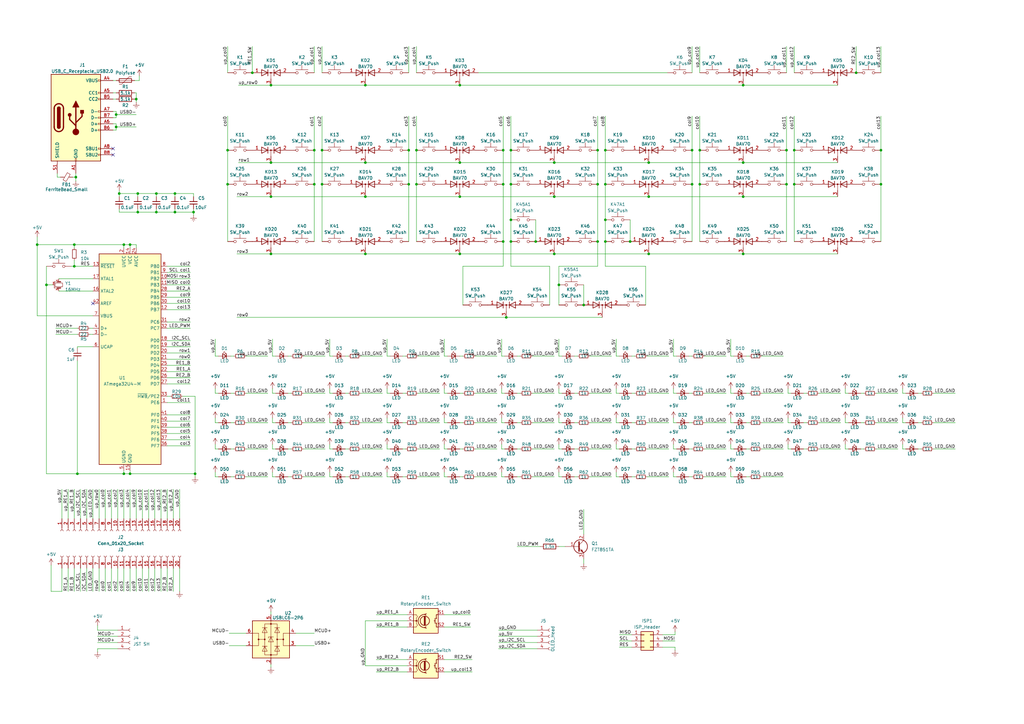
<source format=kicad_sch>
(kicad_sch (version 20230121) (generator eeschema)
  (paper "A3")
  (junction (at 79.375 86.995))
  (junction (at 227.33 104.14))
  (junction (at 248.285 75.565))
  (junction (at 209.55 99.06))
  (junction (at 47.625 52.07) (diameter 0.9144))
  (junction (at 111.125 66.675))
  (junction (at 188.595 104.14))
  (junction (at 206.375 61.595))
  (junction (at 71.755 79.375))
  (junction (at 304.8 104.14))
  (junction (at 149.86 104.14))
  (junction (at 111.125 104.14))
  (junction (at 209.55 75.565))
  (junction (at 132.08 61.595))
  (junction (at 132.08 75.565))
  (junction (at 325.755 61.595))
  (junction (at 239.395 125.095))
  (junction (at 322.58 61.595))
  (junction (at 325.755 75.565))
  (junction (at 167.64 75.565))
  (junction (at 304.8 80.645))
  (junction (at 283.845 61.595))
  (junction (at 167.64 61.595))
  (junction (at 149.86 34.925))
  (junction (at 111.125 80.645))
  (junction (at 283.845 75.565))
  (junction (at 209.55 61.595))
  (junction (at 245.11 61.595))
  (junction (at 93.345 75.565))
  (junction (at 188.595 80.645))
  (junction (at 207.645 130.175))
  (junction (at 209.55 90.17))
  (junction (at 64.135 86.995))
  (junction (at 53.34 100.33) (diameter 0.9144))
  (junction (at 258.445 99.06))
  (junction (at 170.815 61.595))
  (junction (at 19.05 116.84))
  (junction (at 48.895 79.375))
  (junction (at 15.24 100.33))
  (junction (at 266.065 66.675))
  (junction (at 188.595 66.675))
  (junction (at 206.375 75.565))
  (junction (at 149.86 66.675))
  (junction (at 322.58 75.565))
  (junction (at 64.135 79.375))
  (junction (at 128.905 61.595))
  (junction (at 361.315 75.565))
  (junction (at 111.125 34.925))
  (junction (at 80.01 194.31))
  (junction (at 266.065 80.645))
  (junction (at 71.755 86.995) (diameter 0.9144))
  (junction (at 103.505 29.845))
  (junction (at 188.595 34.925))
  (junction (at 56.515 79.375))
  (junction (at 31.75 194.31))
  (junction (at 50.8 100.33) (diameter 0.9144))
  (junction (at 245.11 99.06))
  (junction (at 56.515 86.995) (diameter 0.9144))
  (junction (at 128.905 75.565))
  (junction (at 219.71 99.06))
  (junction (at 170.815 75.565))
  (junction (at 227.33 80.645))
  (junction (at 53.34 194.31))
  (junction (at 245.11 75.565))
  (junction (at 304.8 66.675))
  (junction (at 248.285 90.17))
  (junction (at 229.235 116.84))
  (junction (at 227.33 66.675))
  (junction (at 30.48 100.33))
  (junction (at 361.315 61.595))
  (junction (at 248.285 61.595))
  (junction (at 351.155 29.845))
  (junction (at 31.115 72.644) (diameter 0.9144))
  (junction (at 30.48 109.22) (diameter 0.9144))
  (junction (at 206.375 99.06))
  (junction (at 47.625 46.99) (diameter 0.9144))
  (junction (at 287.02 61.595))
  (junction (at 287.02 75.565))
  (junction (at 55.88 40.64) (diameter 0.9144))
  (junction (at 50.8 194.31) (diameter 0.9144))
  (junction (at 93.345 61.595))
  (junction (at 248.285 99.06))
  (junction (at 304.8 34.925))
  (junction (at 149.86 80.645))
  (junction (at 266.065 104.14))
  (no_connect (at 38.1 124.46))
  (no_connect (at 46.355 60.96))
  (no_connect (at 46.355 63.5))
  (wire (pts (xy 31.75 142.875) (xy 31.75 142.24)))
  (wire (pts (xy 299.72 195.58) (xy 300.99 195.58)))
  (wire (pts (xy 94.615 173.355) (xy 95.885 173.355)))
  (wire (pts (xy 48.895 78.105) (xy 48.895 79.375)))
  (wire (pts (xy 206.375 47.625) (xy 206.375 61.595)))
  (wire (pts (xy 25.4 242.57) (xy 25.4 233.045)))
  (wire (pts (xy 182.245 171.45) (xy 182.245 173.355)))
  (wire (pts (xy 124.46 195.58) (xy 133.35 195.58)))
  (wire (pts (xy 248.285 47.625) (xy 248.285 61.595)))
  (wire (pts (xy 93.98 264.795) (xy 100.965 264.795)))
  (wire (pts (xy 68.58 116.84) (xy 78.105 116.84)))
  (wire (pts (xy 55.88 200.66) (xy 55.88 212.725)))
  (wire (pts (xy 93.345 19.05) (xy 93.345 29.845)))
  (wire (pts (xy 24.13 114.3) (xy 38.1 114.3)))
  (wire (pts (xy 31.75 194.31) (xy 50.8 194.31)))
  (wire (pts (xy 132.08 19.05) (xy 132.08 29.845)))
  (wire (pts (xy 182.245 159.385) (xy 182.245 161.29)))
  (wire (pts (xy 248.285 99.06) (xy 248.285 109.22)))
  (wire (pts (xy 182.245 193.675) (xy 182.245 195.58)))
  (wire (pts (xy 22.86 134.62) (xy 31.75 134.62)))
  (wire (pts (xy 100.965 161.29) (xy 109.855 161.29)))
  (wire (pts (xy 205.74 171.45) (xy 205.74 173.355)))
  (wire (pts (xy 304.8 80.645) (xy 343.535 80.645)))
  (wire (pts (xy 68.58 109.22) (xy 78.105 109.22)))
  (wire (pts (xy 128.905 47.625) (xy 128.905 61.595)))
  (wire (pts (xy 212.09 161.29) (xy 213.36 161.29)))
  (wire (pts (xy 20.955 231.775) (xy 20.955 242.57)))
  (wire (pts (xy 207.645 130.175) (xy 247.015 130.175)))
  (wire (pts (xy 71.755 79.375) (xy 79.375 79.375)))
  (wire (pts (xy 50.8 242.57) (xy 50.8 233.045)))
  (wire (pts (xy 20.955 242.57) (xy 25.4 242.57)))
  (wire (pts (xy 188.595 173.355) (xy 189.865 173.355)))
  (wire (pts (xy 205.74 159.385) (xy 205.74 161.29)))
  (wire (pts (xy 15.24 97.155) (xy 15.24 100.33)))
  (wire (pts (xy 322.58 19.05) (xy 322.58 29.845)))
  (wire (pts (xy 252.73 193.675) (xy 252.73 195.58)))
  (wire (pts (xy 382.905 161.29) (xy 391.795 161.29)))
  (wire (pts (xy 171.45 195.58) (xy 180.34 195.58)))
  (wire (pts (xy 111.76 161.29) (xy 113.03 161.29)))
  (wire (pts (xy 225.425 125.095) (xy 225.425 109.22)))
  (wire (pts (xy 29.21 109.22) (xy 30.48 109.22)))
  (wire (pts (xy 154.305 257.175) (xy 167.005 257.175)))
  (wire (pts (xy 288.925 146.05) (xy 297.815 146.05)))
  (wire (pts (xy 229.235 109.22) (xy 245.11 109.22)))
  (wire (pts (xy 282.575 146.05) (xy 283.845 146.05)))
  (wire (pts (xy 170.815 47.625) (xy 170.815 61.595)))
  (wire (pts (xy 229.235 161.29) (xy 230.505 161.29)))
  (wire (pts (xy 111.125 66.675) (xy 149.86 66.675)))
  (wire (pts (xy 79.375 85.725) (xy 79.375 86.995)))
  (wire (pts (xy 121.285 259.715) (xy 128.905 259.715)))
  (wire (pts (xy 111.125 104.14) (xy 149.86 104.14)))
  (wire (pts (xy 68.58 127) (xy 78.105 127)))
  (wire (pts (xy 147.955 184.15) (xy 156.845 184.15)))
  (wire (pts (xy 68.58 119.38) (xy 78.105 119.38)))
  (wire (pts (xy 141.605 146.05) (xy 142.875 146.05)))
  (wire (pts (xy 111.76 184.15) (xy 113.03 184.15)))
  (wire (pts (xy 325.755 61.595) (xy 325.755 75.565)))
  (wire (pts (xy 30.48 200.66) (xy 30.48 212.725)))
  (wire (pts (xy 55.88 46.99) (xy 47.625 46.99)))
  (wire (pts (xy 74.93 162.56) (xy 80.01 162.56)))
  (wire (pts (xy 68.58 124.46) (xy 78.105 124.46)))
  (wire (pts (xy 167.64 47.625) (xy 167.64 61.595)))
  (wire (pts (xy 323.215 159.385) (xy 323.215 161.29)))
  (wire (pts (xy 229.235 159.385) (xy 229.235 161.29)))
  (wire (pts (xy 48.895 85.725) (xy 48.895 86.995)))
  (wire (pts (xy 325.755 75.565) (xy 325.755 99.06)))
  (wire (pts (xy 235.585 184.15) (xy 236.855 184.15)))
  (wire (pts (xy 141.605 184.15) (xy 142.875 184.15)))
  (wire (pts (xy 235.585 146.05) (xy 236.855 146.05)))
  (wire (pts (xy 30.48 106.68) (xy 30.48 109.22)))
  (wire (pts (xy 38.1 200.66) (xy 38.1 212.725)))
  (wire (pts (xy 205.74 139.065) (xy 205.74 146.05)))
  (wire (pts (xy 88.265 146.05) (xy 89.535 146.05)))
  (wire (pts (xy 376.555 161.29) (xy 377.825 161.29)))
  (wire (pts (xy 71.755 79.375) (xy 71.755 80.645)))
  (wire (pts (xy 68.58 180.34) (xy 78.105 180.34)))
  (wire (pts (xy 323.215 173.355) (xy 324.485 173.355)))
  (wire (pts (xy 60.96 242.57) (xy 60.96 233.045)))
  (wire (pts (xy 68.58 132.08) (xy 78.105 132.08)))
  (wire (pts (xy 254 260.35) (xy 259.08 260.35)))
  (wire (pts (xy 205.74 161.29) (xy 207.01 161.29)))
  (wire (pts (xy 48.26 242.57) (xy 48.26 233.045)))
  (wire (pts (xy 97.155 80.645) (xy 111.125 80.645)))
  (wire (pts (xy 78.105 157.48) (xy 68.58 157.48)))
  (wire (pts (xy 128.905 19.05) (xy 128.905 29.845)))
  (wire (pts (xy 188.595 104.14) (xy 227.33 104.14)))
  (wire (pts (xy 23.495 72.644) (xy 24.765 72.644)))
  (wire (pts (xy 204.47 260.985) (xy 220.345 260.985)))
  (wire (pts (xy 229.235 224.155) (xy 231.775 224.155)))
  (wire (pts (xy 370.205 182.245) (xy 370.205 184.15)))
  (wire (pts (xy 218.44 173.355) (xy 227.33 173.355)))
  (wire (pts (xy 194.945 195.58) (xy 203.835 195.58)))
  (wire (pts (xy 56.515 79.375) (xy 64.135 79.375)))
  (wire (pts (xy 265.43 173.355) (xy 274.32 173.355)))
  (wire (pts (xy 212.09 195.58) (xy 213.36 195.58)))
  (wire (pts (xy 53.34 100.33) (xy 55.88 100.33)))
  (wire (pts (xy 304.8 66.675) (xy 343.535 66.675)))
  (wire (pts (xy 276.225 161.29) (xy 277.495 161.29)))
  (wire (pts (xy 135.255 193.675) (xy 135.255 195.58)))
  (wire (pts (xy 158.75 193.675) (xy 158.75 195.58)))
  (wire (pts (xy 304.8 104.14) (xy 343.535 104.14)))
  (wire (pts (xy 154.305 275.59) (xy 167.005 275.59)))
  (wire (pts (xy 47.625 52.07) (xy 55.88 52.07)))
  (wire (pts (xy 276.225 171.45) (xy 276.225 173.355)))
  (wire (pts (xy 57.15 31.115) (xy 57.15 33.02)))
  (wire (pts (xy 312.42 146.05) (xy 321.31 146.05)))
  (wire (pts (xy 252.73 184.15) (xy 254 184.15)))
  (wire (pts (xy 45.72 242.57) (xy 45.72 233.045)))
  (wire (pts (xy 40.005 266.065) (xy 48.26 266.065)))
  (wire (pts (xy 235.585 161.29) (xy 236.855 161.29)))
  (wire (pts (xy 304.8 34.925) (xy 343.535 34.925)))
  (wire (pts (xy 206.375 99.06) (xy 206.375 109.22)))
  (wire (pts (xy 205.74 182.245) (xy 205.74 184.15)))
  (wire (pts (xy 50.8 194.31) (xy 50.8 193.04)))
  (wire (pts (xy 229.235 116.84) (xy 229.235 109.22)))
  (wire (pts (xy 68.58 149.86) (xy 78.105 149.86)))
  (wire (pts (xy 147.955 195.58) (xy 156.845 195.58)))
  (wire (pts (xy 111.76 182.245) (xy 111.76 184.15)))
  (wire (pts (xy 276.225 193.675) (xy 276.225 195.58)))
  (wire (pts (xy 346.71 161.29) (xy 347.98 161.29)))
  (wire (pts (xy 73.66 200.66) (xy 73.66 212.725)))
  (wire (pts (xy 111.76 146.05) (xy 113.03 146.05)))
  (wire (pts (xy 182.245 257.175) (xy 193.04 257.175)))
  (wire (pts (xy 171.45 161.29) (xy 180.34 161.29)))
  (wire (pts (xy 299.72 139.065) (xy 299.72 146.05)))
  (wire (pts (xy 259.08 146.05) (xy 260.35 146.05)))
  (wire (pts (xy 64.135 79.375) (xy 64.135 80.645)))
  (wire (pts (xy 158.75 182.245) (xy 158.75 184.15)))
  (wire (pts (xy 361.315 19.05) (xy 361.315 29.845)))
  (wire (pts (xy 158.75 171.45) (xy 158.75 173.355)))
  (wire (pts (xy 376.555 173.355) (xy 377.825 173.355)))
  (wire (pts (xy 118.11 173.355) (xy 119.38 173.355)))
  (wire (pts (xy 46.355 53.34) (xy 47.625 53.34)))
  (wire (pts (xy 259.08 173.355) (xy 260.35 173.355)))
  (wire (pts (xy 94.615 184.15) (xy 95.885 184.15)))
  (wire (pts (xy 68.58 170.18) (xy 78.105 170.18)))
  (wire (pts (xy 225.425 109.22) (xy 209.55 109.22)))
  (wire (pts (xy 50.8 100.33) (xy 53.34 100.33)))
  (wire (pts (xy 48.26 200.66) (xy 48.26 212.725)))
  (wire (pts (xy 287.02 61.595) (xy 287.02 75.565)))
  (wire (pts (xy 259.08 195.58) (xy 260.35 195.58)))
  (wire (pts (xy 229.235 173.355) (xy 230.505 173.355)))
  (wire (pts (xy 252.73 173.355) (xy 254 173.355)))
  (wire (pts (xy 212.09 173.355) (xy 213.36 173.355)))
  (wire (pts (xy 282.575 195.58) (xy 283.845 195.58)))
  (wire (pts (xy 154.305 270.51) (xy 167.005 270.51)))
  (wire (pts (xy 239.395 229.235) (xy 239.395 231.14)))
  (wire (pts (xy 306.07 184.15) (xy 307.34 184.15)))
  (wire (pts (xy 100.965 146.05) (xy 109.855 146.05)))
  (wire (pts (xy 111.125 272.415) (xy 111.125 273.685)))
  (wire (pts (xy 299.72 184.15) (xy 300.99 184.15)))
  (wire (pts (xy 48.895 79.375) (xy 48.895 80.645)))
  (wire (pts (xy 124.46 184.15) (xy 133.35 184.15)))
  (wire (pts (xy 128.905 75.565) (xy 128.905 99.06)))
  (wire (pts (xy 252.73 195.58) (xy 254 195.58)))
  (wire (pts (xy 370.205 171.45) (xy 370.205 173.355)))
  (wire (pts (xy 68.58 242.57) (xy 68.58 233.045)))
  (wire (pts (xy 71.755 86.995) (xy 64.135 86.995)))
  (wire (pts (xy 79.375 86.995) (xy 79.375 88.265)))
  (wire (pts (xy 158.75 159.385) (xy 158.75 161.29)))
  (wire (pts (xy 68.58 121.92) (xy 78.105 121.92)))
  (wire (pts (xy 323.215 171.45) (xy 323.215 173.355)))
  (wire (pts (xy 206.375 75.565) (xy 206.375 99.06)))
  (wire (pts (xy 370.205 184.15) (xy 371.475 184.15)))
  (wire (pts (xy 276.86 266.7) (xy 276.86 265.43)))
  (wire (pts (xy 68.58 182.88) (xy 78.105 182.88)))
  (wire (pts (xy 282.575 184.15) (xy 283.845 184.15)))
  (wire (pts (xy 188.595 184.15) (xy 189.865 184.15)))
  (wire (pts (xy 382.905 173.355) (xy 391.795 173.355)))
  (wire (pts (xy 325.755 19.05) (xy 325.755 29.845)))
  (wire (pts (xy 259.08 161.29) (xy 260.35 161.29)))
  (wire (pts (xy 50.8 200.66) (xy 50.8 212.725)))
  (wire (pts (xy 30.48 109.22) (xy 38.1 109.22)))
  (wire (pts (xy 219.71 90.17) (xy 219.71 99.06)))
  (wire (pts (xy 245.11 75.565) (xy 245.11 99.06)))
  (wire (pts (xy 23.495 71.12) (xy 23.495 72.644)))
  (wire (pts (xy 346.71 184.15) (xy 347.98 184.15)))
  (wire (pts (xy 312.42 195.58) (xy 321.31 195.58)))
  (wire (pts (xy 111.125 250.825) (xy 111.125 252.095)))
  (wire (pts (xy 135.255 195.58) (xy 136.525 195.58)))
  (wire (pts (xy 94.615 161.29) (xy 95.885 161.29)))
  (wire (pts (xy 88.265 173.355) (xy 89.535 173.355)))
  (wire (pts (xy 218.44 161.29) (xy 227.33 161.29)))
  (wire (pts (xy 265.43 184.15) (xy 274.32 184.15)))
  (wire (pts (xy 245.11 47.625) (xy 245.11 61.595)))
  (wire (pts (xy 68.58 134.62) (xy 78.105 134.62)))
  (wire (pts (xy 248.285 90.17) (xy 248.285 99.06)))
  (wire (pts (xy 56.515 80.645) (xy 56.515 79.375)))
  (wire (pts (xy 47.625 46.99) (xy 47.625 45.72)))
  (wire (pts (xy 266.065 80.645) (xy 304.8 80.645)))
  (wire (pts (xy 158.75 161.29) (xy 160.02 161.29)))
  (wire (pts (xy 63.5 200.66) (xy 63.5 212.725)))
  (wire (pts (xy 264.795 125.095) (xy 264.795 109.22)))
  (wire (pts (xy 194.945 173.355) (xy 203.835 173.355)))
  (wire (pts (xy 141.605 195.58) (xy 142.875 195.58)))
  (wire (pts (xy 170.815 75.565) (xy 170.815 99.06)))
  (wire (pts (xy 68.58 177.8) (xy 78.105 177.8)))
  (wire (pts (xy 370.205 159.385) (xy 370.205 161.29)))
  (wire (pts (xy 60.96 200.66) (xy 60.96 212.725)))
  (wire (pts (xy 46.355 50.8) (xy 47.625 50.8)))
  (wire (pts (xy 46.355 48.26) (xy 47.625 48.26)))
  (wire (pts (xy 205.74 195.58) (xy 207.01 195.58)))
  (wire (pts (xy 88.265 182.245) (xy 88.265 184.15)))
  (wire (pts (xy 299.72 173.355) (xy 300.99 173.355)))
  (wire (pts (xy 118.11 161.29) (xy 119.38 161.29)))
  (wire (pts (xy 322.58 61.595) (xy 322.58 75.565)))
  (wire (pts (xy 135.255 173.355) (xy 136.525 173.355)))
  (wire (pts (xy 121.285 264.795) (xy 128.905 264.795)))
  (wire (pts (xy 322.58 75.565) (xy 322.58 99.06)))
  (wire (pts (xy 46.355 45.72) (xy 47.625 45.72)))
  (wire (pts (xy 55.245 38.1) (xy 55.88 38.1)))
  (wire (pts (xy 31.75 147.955) (xy 31.75 194.31)))
  (wire (pts (xy 135.255 161.29) (xy 136.525 161.29)))
  (wire (pts (xy 170.815 19.05) (xy 170.815 29.845)))
  (wire (pts (xy 38.1 242.57) (xy 38.1 233.045)))
  (wire (pts (xy 312.42 184.15) (xy 321.31 184.15)))
  (wire (pts (xy 111.125 80.645) (xy 149.86 80.645)))
  (wire (pts (xy 276.86 259.08) (xy 276.86 260.35)))
  (wire (pts (xy 46.355 38.1) (xy 47.625 38.1)))
  (wire (pts (xy 189.865 125.095) (xy 189.865 109.22)))
  (wire (pts (xy 103.505 19.05) (xy 103.505 29.845)))
  (wire (pts (xy 88.265 171.45) (xy 88.265 173.355)))
  (wire (pts (xy 88.265 159.385) (xy 88.265 161.29)))
  (wire (pts (xy 165.1 146.05) (xy 166.37 146.05)))
  (wire (pts (xy 182.245 270.51) (xy 193.675 270.51)))
  (wire (pts (xy 30.48 100.33) (xy 30.48 101.6)))
  (wire (pts (xy 205.74 146.05) (xy 207.01 146.05)))
  (wire (pts (xy 370.205 173.355) (xy 371.475 173.355)))
  (wire (pts (xy 229.235 195.58) (xy 230.505 195.58)))
  (wire (pts (xy 288.925 161.29) (xy 297.815 161.29)))
  (wire (pts (xy 218.44 146.05) (xy 227.33 146.05)))
  (wire (pts (xy 188.595 161.29) (xy 189.865 161.29)))
  (wire (pts (xy 306.07 161.29) (xy 307.34 161.29)))
  (wire (pts (xy 182.245 195.58) (xy 183.515 195.58)))
  (wire (pts (xy 288.925 195.58) (xy 297.815 195.58)))
  (wire (pts (xy 194.945 184.15) (xy 203.835 184.15)))
  (wire (pts (xy 58.42 200.66) (xy 58.42 212.725)))
  (wire (pts (xy 55.88 40.64) (xy 55.88 41.91)))
  (wire (pts (xy 40.005 256.54) (xy 40.005 258.445)))
  (wire (pts (xy 218.44 184.15) (xy 227.33 184.15)))
  (wire (pts (xy 19.05 109.22) (xy 19.05 116.84)))
  (wire (pts (xy 40.64 242.57) (xy 40.64 233.045)))
  (wire (pts (xy 299.72 161.29) (xy 300.99 161.29)))
  (wire (pts (xy 182.245 252.095) (xy 193.04 252.095)))
  (wire (pts (xy 47.625 50.8) (xy 47.625 52.07)))
  (wire (pts (xy 43.18 242.57) (xy 43.18 233.045)))
  (wire (pts (xy 71.12 242.57) (xy 71.12 233.045)))
  (wire (pts (xy 48.895 86.995) (xy 56.515 86.995)))
  (wire (pts (xy 189.865 109.22) (xy 206.375 109.22)))
  (wire (pts (xy 271.78 262.89) (xy 276.86 262.89)))
  (wire (pts (xy 248.285 61.595) (xy 248.285 75.565)))
  (wire (pts (xy 329.565 184.15) (xy 330.835 184.15)))
  (wire (pts (xy 205.74 193.675) (xy 205.74 195.58)))
  (wire (pts (xy 93.345 47.625) (xy 93.345 61.595)))
  (wire (pts (xy 47.625 53.34) (xy 47.625 52.07)))
  (wire (pts (xy 73.66 233.045) (xy 73.66 242.57)))
  (wire (pts (xy 55.88 100.33) (xy 55.88 101.6)))
  (wire (pts (xy 353.06 161.29) (xy 354.33 161.29)))
  (wire (pts (xy 30.48 100.33) (xy 50.8 100.33)))
  (wire (pts (xy 171.45 146.05) (xy 180.34 146.05)))
  (wire (pts (xy 252.73 171.45) (xy 252.73 173.355)))
  (wire (pts (xy 36.83 137.16) (xy 38.1 137.16)))
  (wire (pts (xy 359.41 173.355) (xy 368.3 173.355)))
  (wire (pts (xy 229.235 139.065) (xy 229.235 146.05)))
  (wire (pts (xy 346.71 171.45) (xy 346.71 173.355)))
  (wire (pts (xy 118.11 146.05) (xy 119.38 146.05)))
  (wire (pts (xy 235.585 195.58) (xy 236.855 195.58)))
  (wire (pts (xy 229.235 146.05) (xy 230.505 146.05)))
  (wire (pts (xy 45.72 200.66) (xy 45.72 212.725)))
  (wire (pts (xy 158.75 139.065) (xy 158.75 146.05)))
  (wire (pts (xy 154.305 252.095) (xy 167.005 252.095)))
  (wire (pts (xy 158.75 195.58) (xy 160.02 195.58)))
  (wire (pts (xy 141.605 173.355) (xy 142.875 173.355)))
  (wire (pts (xy 188.595 146.05) (xy 189.865 146.05)))
  (wire (pts (xy 118.11 184.15) (xy 119.38 184.15)))
  (wire (pts (xy 171.45 173.355) (xy 180.34 173.355)))
  (wire (pts (xy 46.355 40.64) (xy 47.625 40.64)))
  (wire (pts (xy 111.76 159.385) (xy 111.76 161.29)))
  (wire (pts (xy 171.45 184.15) (xy 180.34 184.15)))
  (wire (pts (xy 71.755 85.725) (xy 71.755 86.995)))
  (wire (pts (xy 182.245 182.245) (xy 182.245 184.15)))
  (wire (pts (xy 361.315 47.625) (xy 361.315 61.595)))
  (wire (pts (xy 209.55 90.17) (xy 209.55 99.06)))
  (wire (pts (xy 158.75 146.05) (xy 160.02 146.05)))
  (wire (pts (xy 35.56 200.66) (xy 35.56 212.725)))
  (wire (pts (xy 88.265 193.675) (xy 88.265 195.58)))
  (wire (pts (xy 259.08 184.15) (xy 260.35 184.15)))
  (wire (pts (xy 56.515 79.375) (xy 48.895 79.375)))
  (wire (pts (xy 46.355 33.02) (xy 47.625 33.02)))
  (wire (pts (xy 299.72 146.05) (xy 300.99 146.05)))
  (wire (pts (xy 252.73 139.065) (xy 252.73 146.05)))
  (wire (pts (xy 55.245 33.02) (xy 57.15 33.02)))
  (wire (pts (xy 165.1 161.29) (xy 166.37 161.29)))
  (wire (pts (xy 97.79 66.675) (xy 111.125 66.675)))
  (wire (pts (xy 254 262.89) (xy 259.08 262.89)))
  (wire (pts (xy 68.58 172.72) (xy 78.105 172.72)))
  (wire (pts (xy 283.845 75.565) (xy 283.845 99.06)))
  (wire (pts (xy 376.555 184.15) (xy 377.825 184.15)))
  (wire (pts (xy 31.115 72.644) (xy 31.115 74.295)))
  (wire (pts (xy 33.02 242.57) (xy 33.02 233.045)))
  (wire (pts (xy 167.64 61.595) (xy 167.64 75.565)))
  (wire (pts (xy 258.445 90.17) (xy 258.445 99.06)))
  (wire (pts (xy 68.58 175.26) (xy 78.105 175.26)))
  (wire (pts (xy 276.225 173.355) (xy 277.495 173.355)))
  (wire (pts (xy 220.345 266.065) (xy 204.47 266.065)))
  (wire (pts (xy 68.58 152.4) (xy 78.105 152.4)))
  (wire (pts (xy 27.94 200.66) (xy 27.94 212.725)))
  (wire (pts (xy 53.34 194.31) (xy 50.8 194.31)))
  (wire (pts (xy 329.565 161.29) (xy 330.835 161.29)))
  (wire (pts (xy 165.1 184.15) (xy 166.37 184.15)))
  (wire (pts (xy 212.09 184.15) (xy 213.36 184.15)))
  (wire (pts (xy 306.07 146.05) (xy 307.34 146.05)))
  (wire (pts (xy 346.71 173.355) (xy 347.98 173.355)))
  (wire (pts (xy 88.265 161.29) (xy 89.535 161.29)))
  (wire (pts (xy 93.98 259.715) (xy 100.965 259.715)))
  (wire (pts (xy 149.86 66.675) (xy 188.595 66.675)))
  (wire (pts (xy 167.005 254.635) (xy 149.86 254.635)))
  (wire (pts (xy 158.75 173.355) (xy 160.02 173.355)))
  (wire (pts (xy 15.24 129.54) (xy 15.24 100.33)))
  (wire (pts (xy 361.315 61.595) (xy 361.315 75.565)))
  (wire (pts (xy 29.845 72.644) (xy 31.115 72.644)))
  (wire (pts (xy 229.235 171.45) (xy 229.235 173.355)))
  (wire (pts (xy 209.55 75.565) (xy 209.55 90.17)))
  (wire (pts (xy 265.43 195.58) (xy 274.32 195.58)))
  (wire (pts (xy 194.945 161.29) (xy 203.835 161.29)))
  (wire (pts (xy 359.41 161.29) (xy 368.3 161.29)))
  (wire (pts (xy 88.265 139.065) (xy 88.265 146.05)))
  (wire (pts (xy 68.58 165.1) (xy 78.105 165.1)))
  (wire (pts (xy 94.615 195.58) (xy 95.885 195.58)))
  (wire (pts (xy 241.935 184.15) (xy 250.825 184.15)))
  (wire (pts (xy 287.02 47.625) (xy 287.02 61.595)))
  (wire (pts (xy 353.06 173.355) (xy 354.33 173.355)))
  (wire (pts (xy 241.935 195.58) (xy 250.825 195.58)))
  (wire (pts (xy 194.945 146.05) (xy 203.835 146.05)))
  (wire (pts (xy 335.915 184.15) (xy 344.805 184.15)))
  (wire (pts (xy 323.215 161.29) (xy 324.485 161.29)))
  (wire (pts (xy 276.86 260.35) (xy 271.78 260.35)))
  (wire (pts (xy 248.285 75.565) (xy 248.285 90.17)))
  (wire (pts (xy 276.225 146.05) (xy 277.495 146.05)))
  (wire (pts (xy 111.76 193.675) (xy 111.76 195.58)))
  (wire (pts (xy 111.76 195.58) (xy 113.03 195.58)))
  (wire (pts (xy 248.285 109.22) (xy 264.795 109.22)))
  (wire (pts (xy 149.86 254.635) (xy 149.86 273.05)))
  (wire (pts (xy 239.395 208.915) (xy 239.395 219.075)))
  (wire (pts (xy 353.06 184.15) (xy 354.33 184.15)))
  (wire (pts (xy 265.43 161.29) (xy 274.32 161.29)))
  (wire (pts (xy 111.76 171.45) (xy 111.76 173.355)))
  (wire (pts (xy 265.43 146.05) (xy 274.32 146.05)))
  (wire (pts (xy 254 265.43) (xy 259.08 265.43)))
  (wire (pts (xy 346.71 159.385) (xy 346.71 161.29)))
  (wire (pts (xy 188.595 80.645) (xy 227.33 80.645)))
  (wire (pts (xy 68.58 200.66) (xy 68.58 212.725)))
  (wire (pts (xy 64.135 86.995) (xy 56.515 86.995)))
  (wire (pts (xy 68.58 142.24) (xy 78.105 142.24)))
  (wire (pts (xy 66.04 200.66) (xy 66.04 212.725)))
  (wire (pts (xy 207.645 130.175) (xy 97.155 130.175)))
  (wire (pts (xy 283.845 47.625) (xy 283.845 61.595)))
  (wire (pts (xy 167.64 19.05) (xy 167.64 29.845)))
  (wire (pts (xy 64.135 85.725) (xy 64.135 86.995)))
  (wire (pts (xy 149.86 80.645) (xy 188.595 80.645)))
  (wire (pts (xy 135.255 182.245) (xy 135.255 184.15)))
  (wire (pts (xy 88.265 195.58) (xy 89.535 195.58)))
  (wire (pts (xy 245.11 99.06) (xy 245.11 109.22)))
  (wire (pts (xy 147.955 173.355) (xy 156.845 173.355)))
  (wire (pts (xy 141.605 161.29) (xy 142.875 161.29)))
  (wire (pts (xy 283.845 19.05) (xy 283.845 29.845)))
  (wire (pts (xy 40.005 267.335) (xy 40.005 266.065)))
  (wire (pts (xy 206.375 61.595) (xy 206.375 75.565)))
  (wire (pts (xy 188.595 34.925) (xy 304.8 34.925)))
  (wire (pts (xy 124.46 146.05) (xy 133.35 146.05)))
  (wire (pts (xy 68.58 114.3) (xy 78.105 114.3)))
  (wire (pts (xy 100.965 195.58) (xy 109.855 195.58)))
  (wire (pts (xy 288.925 184.15) (xy 297.815 184.15)))
  (wire (pts (xy 218.44 195.58) (xy 227.33 195.58)))
  (wire (pts (xy 209.55 47.625) (xy 209.55 61.595)))
  (wire (pts (xy 30.48 242.57) (xy 30.48 233.045)))
  (wire (pts (xy 299.72 193.675) (xy 299.72 195.58)))
  (wire (pts (xy 68.58 162.56) (xy 69.85 162.56)))
  (wire (pts (xy 241.935 146.05) (xy 250.825 146.05)))
  (wire (pts (xy 241.935 161.29) (xy 250.825 161.29)))
  (wire (pts (xy 80.01 162.56) (xy 80.01 194.31)))
  (wire (pts (xy 93.345 61.595) (xy 93.345 75.565)))
  (wire (pts (xy 229.235 125.095) (xy 229.235 116.84)))
  (wire (pts (xy 299.72 171.45) (xy 299.72 173.355)))
  (wire (pts (xy 323.215 182.245) (xy 323.215 184.15)))
  (wire (pts (xy 19.05 194.31) (xy 19.05 116.84)))
  (wire (pts (xy 288.925 173.355) (xy 297.815 173.355)))
  (wire (pts (xy 306.07 195.58) (xy 307.34 195.58)))
  (wire (pts (xy 182.245 184.15) (xy 183.515 184.15)))
  (wire (pts (xy 312.42 161.29) (xy 321.31 161.29)))
  (wire (pts (xy 50.8 100.33) (xy 50.8 101.6)))
  (wire (pts (xy 227.33 104.14) (xy 266.065 104.14)))
  (wire (pts (xy 335.915 173.355) (xy 344.805 173.355)))
  (wire (pts (xy 165.1 195.58) (xy 166.37 195.58)))
  (wire (pts (xy 182.245 275.59) (xy 193.675 275.59)))
  (wire (pts (xy 188.595 66.675) (xy 227.33 66.675)))
  (wire (pts (xy 79.375 86.995) (xy 71.755 86.995)))
  (wire (pts (xy 282.575 173.355) (xy 283.845 173.355)))
  (wire (pts (xy 276.86 265.43) (xy 271.78 265.43)))
  (wire (pts (xy 47.625 48.26) (xy 47.625 46.99)))
  (wire (pts (xy 40.005 263.525) (xy 48.26 263.525)))
  (wire (pts (xy 170.815 61.595) (xy 170.815 75.565)))
  (wire (pts (xy 43.18 200.66) (xy 43.18 212.725)))
  (wire (pts (xy 55.245 40.64) (xy 55.88 40.64)))
  (wire (pts (xy 241.935 173.355) (xy 250.825 173.355)))
  (wire (pts (xy 53.34 100.33) (xy 53.34 101.6)))
  (wire (pts (xy 53.34 193.04) (xy 53.34 194.31)))
  (wire (pts (xy 149.86 104.14) (xy 188.595 104.14)))
  (wire (pts (xy 71.12 200.66) (xy 71.12 212.725)))
  (wire (pts (xy 227.33 66.675) (xy 266.065 66.675)))
  (wire (pts (xy 80.01 194.31) (xy 80.01 195.58)))
  (wire (pts (xy 158.75 184.15) (xy 160.02 184.15)))
  (wire (pts (xy 361.315 75.565) (xy 361.315 99.06)))
  (wire (pts (xy 53.34 194.31) (xy 80.01 194.31)))
  (wire (pts (xy 97.155 104.14) (xy 111.125 104.14)))
  (wire (pts (xy 58.42 242.57) (xy 58.42 233.045)))
  (wire (pts (xy 182.245 139.065) (xy 182.245 146.05)))
  (wire (pts (xy 68.58 154.94) (xy 78.105 154.94)))
  (wire (pts (xy 40.005 260.985) (xy 48.26 260.985)))
  (wire (pts (xy 100.965 184.15) (xy 109.855 184.15)))
  (wire (pts (xy 196.215 29.845) (xy 273.685 29.845)))
  (wire (pts (xy 94.615 146.05) (xy 95.885 146.05)))
  (wire (pts (xy 283.845 61.595) (xy 283.845 75.565)))
  (wire (pts (xy 15.24 100.33) (xy 30.48 100.33)))
  (wire (pts (xy 36.83 134.62) (xy 38.1 134.62)))
  (wire (pts (xy 135.255 184.15) (xy 136.525 184.15)))
  (wire (pts (xy 135.255 171.45) (xy 135.255 173.355)))
  (wire (pts (xy 204.47 258.445) (xy 220.345 258.445)))
  (wire (pts (xy 229.235 182.245) (xy 229.235 184.15)))
  (wire (pts (xy 323.215 184.15) (xy 324.485 184.15)))
  (wire (pts (xy 165.1 173.355) (xy 166.37 173.355)))
  (wire (pts (xy 55.88 242.57) (xy 55.88 233.045)))
  (wire (pts (xy 229.235 184.15) (xy 230.505 184.15)))
  (wire (pts (xy 111.76 173.355) (xy 113.03 173.355)))
  (wire (pts (xy 19.05 116.84) (xy 21.59 116.84)))
  (wire (pts (xy 212.09 224.155) (xy 221.615 224.155)))
  (wire (pts (xy 287.02 75.565) (xy 287.02 99.06)))
  (wire (pts (xy 182.245 161.29) (xy 183.515 161.29)))
  (wire (pts (xy 100.965 173.355) (xy 109.855 173.355)))
  (wire (pts (xy 205.74 173.355) (xy 207.01 173.355)))
  (wire (pts (xy 31.115 71.12) (xy 31.115 72.644)))
  (wire (pts (xy 66.04 242.57) (xy 66.04 233.045)))
  (wire (pts (xy 147.955 146.05) (xy 156.845 146.05)))
  (wire (pts (xy 312.42 173.355) (xy 321.31 173.355)))
  (wire (pts (xy 276.225 159.385) (xy 276.225 161.29)))
  (wire (pts (xy 124.46 161.29) (xy 133.35 161.29)))
  (wire (pts (xy 299.72 182.245) (xy 299.72 184.15)))
  (wire (pts (xy 322.58 47.625) (xy 322.58 61.595)))
  (wire (pts (xy 182.245 146.05) (xy 183.515 146.05)))
  (wire (pts (xy 149.86 273.05) (xy 167.005 273.05)))
  (wire (pts (xy 118.11 195.58) (xy 119.38 195.58)))
  (wire (pts (xy 266.065 66.675) (xy 304.8 66.675)))
  (wire (pts (xy 335.915 161.29) (xy 344.805 161.29)))
  (wire (pts (xy 53.34 200.66) (xy 53.34 212.725)))
  (wire (pts (xy 276.225 182.245) (xy 276.225 184.15)))
  (wire (pts (xy 128.905 61.595) (xy 128.905 75.565)))
  (wire (pts (xy 135.255 159.385) (xy 135.255 161.29)))
  (wire (pts (xy 167.64 75.565) (xy 167.64 99.06)))
  (wire (pts (xy 282.575 161.29) (xy 283.845 161.29)))
  (wire (pts (xy 351.155 19.05) (xy 351.155 29.845)))
  (wire (pts (xy 79.375 79.375) (xy 79.375 80.645)))
  (wire (pts (xy 252.73 161.29) (xy 254 161.29)))
  (wire (pts (xy 266.065 104.14) (xy 304.8 104.14)))
  (wire (pts (xy 188.595 195.58) (xy 189.865 195.58)))
  (wire (pts (xy 252.73 146.05) (xy 254 146.05)))
  (wire (pts (xy 370.205 161.29) (xy 371.475 161.29)))
  (wire (pts (xy 252.73 182.245) (xy 252.73 184.15)))
  (wire (pts (xy 27.94 242.57) (xy 27.94 233.045)))
  (wire (pts (xy 31.75 142.24) (xy 38.1 142.24)))
  (wire (pts (xy 209.55 99.06) (xy 209.55 109.22)))
  (wire (pts (xy 276.225 139.065) (xy 276.225 146.05)))
  (wire (pts (xy 132.08 61.595) (xy 132.08 75.565)))
  (wire (pts (xy 132.08 75.565) (xy 132.08 99.06)))
  (wire (pts (xy 33.02 200.66) (xy 33.02 212.725)))
  (wire (pts (xy 68.58 111.76) (xy 78.105 111.76)))
  (wire (pts (xy 88.265 184.15) (xy 89.535 184.15)))
  (wire (pts (xy 132.08 47.625) (xy 132.08 61.595)))
  (wire (pts (xy 212.09 146.05) (xy 213.36 146.05)))
  (wire (pts (xy 68.58 139.7) (xy 78.105 139.7)))
  (wire (pts (xy 149.86 34.925) (xy 188.595 34.925)))
  (wire (pts (xy 276.225 195.58) (xy 277.495 195.58)))
  (wire (pts (xy 382.905 184.15) (xy 391.795 184.15)))
  (wire (pts (xy 276.225 184.15) (xy 277.495 184.15)))
  (wire (pts (xy 229.235 193.675) (xy 229.235 195.58)))
  (wire (pts (xy 40.005 258.445) (xy 48.26 258.445)))
  (wire (pts (xy 56.515 86.995) (xy 56.515 85.725)))
  (wire (pts (xy 346.71 182.245) (xy 346.71 184.15)))
  (wire (pts (xy 287.02 19.05) (xy 287.02 29.845)))
  (wire (pts (xy 306.07 173.355) (xy 307.34 173.355)))
  (wire (pts (xy 15.24 129.54) (xy 38.1 129.54)))
  (wire (pts (xy 111.125 34.925) (xy 149.86 34.925)))
  (wire (pts (xy 299.72 159.385) (xy 299.72 161.29)))
  (wire (pts (xy 97.79 34.925) (xy 111.125 34.925)))
  (wire (pts (xy 40.64 200.66) (xy 40.64 212.725)))
  (wire (pts (xy 31.75 194.31) (xy 19.05 194.31)))
  (wire (pts (xy 227.33 80.645) (xy 266.065 80.645)))
  (wire (pts (xy 182.245 173.355) (xy 183.515 173.355)))
  (wire (pts (xy 325.755 47.625) (xy 325.755 61.595)))
  (wire (pts (xy 204.47 263.525) (xy 220.345 263.525)))
  (wire (pts (xy 24.13 119.38) (xy 38.1 119.38)))
  (wire (pts (xy 329.565 173.355) (xy 330.835 173.355)))
  (wire (pts (xy 68.58 144.78) (xy 78.105 144.78)))
  (wire (pts (xy 93.345 75.565) (xy 93.345 99.06)))
  (wire (pts (xy 68.58 147.32) (xy 78.105 147.32)))
  (wire (pts (xy 25.4 200.66) (xy 25.4 212.725)))
  (wire (pts (xy 53.34 242.57) (xy 53.34 233.045)))
  (wire (pts (xy 245.11 61.595) (xy 245.11 75.565)))
  (wire (pts (xy 252.73 159.385) (xy 252.73 161.29)))
  (wire (pts (xy 111.76 139.065) (xy 111.76 146.05)))
  (wire (pts (xy 55.88 38.1) (xy 55.88 40.64)))
  (wire (pts (xy 22.86 137.16) (xy 31.75 137.16)))
  (wire (pts (xy 359.41 184.15) (xy 368.3 184.15)))
  (wire (pts (xy 135.255 146.05) (xy 136.525 146.05)))
  (wire (pts (xy 205.74 184.15) (xy 207.01 184.15)))
  (wire (pts (xy 124.46 173.355) (xy 133.35 173.355)))
  (wire (pts (xy 35.56 242.57) (xy 35.56 233.045)))
  (wire (pts (xy 64.135 79.375) (xy 71.755 79.375)))
  (wire (pts (xy 239.395 116.84) (xy 239.395 125.095)))
  (wire (pts (xy 63.5 242.57) (xy 63.5 233.045)))
  (wire (pts (xy 135.255 139.065) (xy 135.255 146.05)))
  (wire (pts (xy 209.55 61.595) (xy 209.55 75.565)))
  (wire (pts (xy 147.955 161.29) (xy 156.845 161.29)))
  (wire (pts (xy 235.585 173.355) (xy 236.855 173.355)))
  (label "LED_GND" (at 133.35 173.355 180))
  (label "LED_GND" (at 133.35 184.15 180))
  (label "LED_GND" (at 227.33 195.58 180))
  (label "up_col13" (at 361.315 19.05 270))
  (label "up_col9" (at 55.88 200.66 270))
  (label "up_I2C_SDA" (at 35.56 200.66 270))
  (label "col7" (at 245.11 47.625 270))
  (label "up_5V" (at 135.255 139.065 270))
  (label "row2" (at 97.155 80.645 0))
  (label "RE1_SW" (at 103.505 19.05 270))
  (label "I2C_SDA" (at 35.56 242.57 90))
  (label "col3" (at 78.105 182.88 180))
  (label "LED_GND" (at 227.33 173.355 180))
  (label "I2C_SDA" (at 78.105 142.24 180))
  (label "MISO" (at 254 260.35 0))
  (label "MOSI" (at 276.86 262.89 180))
  (label "col2" (at 78.105 109.22 180))
  (label "LED_GND" (at 156.845 173.355 180))
  (label "col0" (at 93.345 47.625 270))
  (label "col7" (at 78.105 172.72 180))
  (label "LED_GND" (at 321.31 161.29 180))
  (label "LED_PWM" (at 212.09 224.155 0))
  (label "up_I2C_SCL" (at 33.02 200.66 270))
  (label "up_5V" (at 158.75 139.065 270))
  (label "LED_GND" (at 250.825 161.29 180))
  (label "up_RE2_B" (at 68.58 200.66 270))
  (label "up_GND" (at 149.86 273.05 90))
  (label "LED_PWM" (at 78.105 134.62 180))
  (label "row3" (at 97.155 104.14 0))
  (label "up_col2" (at 132.08 19.05 270))
  (label "LED_GND" (at 391.795 173.355 180))
  (label "LED_GND" (at 227.33 184.15 180))
  (label "MCUD-" (at 93.98 259.715 180))
  (label "RE2_SW" (at 351.155 19.05 270))
  (label "I2C_SCL" (at 33.02 242.57 90))
  (label "LED_GND" (at 250.825 195.58 180))
  (label "col9" (at 283.845 47.625 270))
  (label "LED_GND" (at 321.31 173.355 180))
  (label "LED_GND" (at 297.815 195.58 180))
  (label "LED_GND" (at 274.32 161.29 180))
  (label "up_LED_GND" (at 109.855 146.05 180))
  (label "up_RE1_B" (at 154.305 257.175 0))
  (label "row1" (at 78.105 144.78 180))
  (label "col13" (at 66.04 242.57 90))
  (label "up_LED_GND" (at 297.815 146.05 180))
  (label "up_LED_GND" (at 133.35 146.05 180))
  (label "LED_GND" (at 344.805 173.355 180))
  (label "up_col2" (at 48.26 200.66 270))
  (label "up_col11" (at 60.96 200.66 270))
  (label "col8" (at 248.285 47.625 270))
  (label "up_5V" (at 111.76 139.065 270))
  (label "LED_GND" (at 274.32 173.355 180))
  (label "LED_GND" (at 368.3 184.15 180))
  (label "up_5V" (at 276.225 139.065 270))
  (label "up_col13" (at 193.675 275.59 180))
  (label "MOSI" (at 73.025 114.3 180))
  (label "up_5V" (at 204.47 260.985 0))
  (label "up_row0" (at 40.64 200.66 270))
  (label "row0" (at 78.105 147.32 180))
  (label "RE2_A" (at 78.105 119.38 180))
  (label "row0" (at 40.64 242.57 90))
  (label "col2" (at 48.26 242.57 90))
  (label "col13" (at 78.105 127 180))
  (label "LED_GND" (at 391.795 184.15 180))
  (label "col5" (at 206.375 47.625 270))
  (label "col1" (at 45.72 242.57 90))
  (label "LED_GND" (at 344.805 184.15 180))
  (label "up_col1" (at 128.905 19.05 270))
  (label "LED_GND" (at 109.855 161.29 180))
  (label "RE1_SW" (at 193.04 257.175 180))
  (label "LED_GND" (at 297.815 161.29 180))
  (label "LED_GND" (at 250.825 173.355 180))
  (label "up_RE1_B" (at 30.48 200.66 270))
  (label "up_RE2_A" (at 71.12 200.66 270))
  (label "LED_GND" (at 180.34 161.29 180))
  (label "RE1_A" (at 27.94 242.57 90))
  (label "up_col4" (at 170.815 19.05 270))
  (label "RE2_A" (at 71.12 242.57 90))
  (label "LED_GND" (at 321.31 195.58 180))
  (label "col12" (at 63.5 242.57 90))
  (label "MISO" (at 73.025 116.84 180))
  (label "up_col0" (at 43.18 200.66 270))
  (label "col0" (at 43.18 242.57 90))
  (label "up_row0" (at 97.79 34.925 0))
  (label "col10" (at 287.02 47.625 270))
  (label "up_LED_GND" (at 250.825 146.05 180))
  (label "col9" (at 78.105 121.92 180))
  (label "MCUD-" (at 22.86 137.16 0))
  (label "LED_GND" (at 156.845 195.58 180))
  (label "RE1_A" (at 78.105 152.4 180))
  (label "LED_GND" (at 156.845 184.15 180))
  (label "up_RE1_A" (at 27.94 200.66 270))
  (label "up_I2C_SDA" (at 204.47 266.065 0))
  (label "LED_GND" (at 368.3 173.355 180))
  (label "up_5V" (at 205.74 139.065 270))
  (label "up_col11" (at 322.58 19.05 270))
  (label "LED_GND" (at 297.815 173.355 180))
  (label "col12" (at 325.755 47.625 270))
  (label "MCUD+" (at 22.86 134.62 0))
  (label "col6" (at 78.105 175.26 180))
  (label "up_col13" (at 66.04 200.66 270))
  (label "MCUD-" (at 40.005 260.985 0))
  (label "up_I2C_SCL" (at 204.47 263.525 0))
  (label "col10" (at 78.105 124.46 180))
  (label "LED_GND" (at 321.31 184.15 180))
  (label "LED_GND" (at 203.835 195.58 180))
  (label "up_GND" (at 204.47 258.445 0))
  (label "LED_GND" (at 180.34 195.58 180))
  (label "col8" (at 78.105 170.18 180))
  (label "LED_GND" (at 250.825 184.15 180))
  (label "LED_GND" (at 156.845 161.29 180))
  (label "up_GND" (at 73.66 200.66 270))
  (label "LED_GND" (at 38.1 242.57 90))
  (label "up_col0" (at 193.04 252.095 180))
  (label "row3" (at 78.105 114.3 180))
  (label "col11" (at 322.58 47.625 270))
  (label "up_RE1_A" (at 154.305 252.095 0))
  (label "RE2_B" (at 78.105 154.94 180))
  (label "LED_GND" (at 180.34 173.355 180))
  (label "LED_GND" (at 203.835 173.355 180))
  (label "LED_GND" (at 297.815 184.15 180))
  (label "up_LED_GND" (at 180.34 146.05 180))
  (label "LED_GND" (at 109.855 184.15 180))
  (label "LED_GND" (at 109.855 173.355 180))
  (label "up_5V" (at 252.73 139.065 270))
  (label "col12" (at 78.105 157.48 180))
  (label "up_5V" (at 299.72 139.065 270))
  (label "USBD+" (at 128.905 264.795 0))
  (label "col1" (at 128.905 47.625 270))
  (label "col10" (at 58.42 242.57 90))
  (label "col13" (at 361.315 47.625 270))
  (label "col4" (at 53.34 242.57 90))
  (label "USBD-" (at 93.98 264.795 180))
  (label "LED_GND" (at 239.395 208.915 270))
  (label "col11" (at 78.105 165.1 180))
  (label "up_LED_GND" (at 274.32 146.05 180))
  (label "RE2_B" (at 68.58 242.57 90))
  (label "up_5V" (at 182.245 139.065 270))
  (label "LED_GND" (at 227.33 161.29 180))
  (label "up_RE2_B" (at 154.305 275.59 0))
  (label "up_5V" (at 88.265 139.065 270))
  (label "up_col0" (at 93.345 19.05 270))
  (label "USBD-" (at 55.88 46.99 180))
  (label "col4" (at 170.815 47.625 270))
  (label "LED_GND" (at 391.795 161.29 180))
  (label "up_LED_GND" (at 321.31 146.05 180))
  (label "col9" (at 55.88 242.57 90))
  (label "up_col9" (at 283.845 19.05 270))
  (label "SCL" (at 254 262.89 0))
  (label "col2" (at 132.08 47.625 270))
  (label "LED_GND" (at 133.35 161.29 180))
  (label "row1" (at 97.79 66.675 0))
  (label "RES" (at 254 265.43 0))
  (label "RE1_B" (at 78.105 149.86 180))
  (label "up_col10" (at 58.42 200.66 270))
  (label "USBD+" (at 55.88 52.07 180))
  (label "col6" (at 209.55 47.625 270))
  (label "col3" (at 167.64 47.625 270))
  (label "up_col12" (at 325.755 19.05 270))
  (label "up_5V" (at 25.4 200.66 270))
  (label "LED_GND" (at 274.32 195.58 180))
  (label "col0" (at 78.105 116.84 180))
  (label "LED_GND" (at 203.835 184.15 180))
  (label "LED_GND" (at 203.835 161.29 180))
  (label "up_LED_GND" (at 156.845 146.05 180))
  (label "up_col3" (at 50.8 200.66 270))
  (label "row2" (at 78.105 132.08 180))
  (label "up_col10" (at 287.02 19.05 270))
  (label "LED_GND" (at 368.3 161.29 180))
  (label "LED_GND" (at 274.32 184.15 180))
  (label "LED_GND" (at 180.34 184.15 180))
  (label "LED_GND" (at 133.35 195.58 180))
  (label "up_5V" (at 229.235 139.065 270))
  (label "col1" (at 78.105 111.76 180))
  (label "LED_GND" (at 344.805 161.29 180))
  (label "row0" (at 97.155 130.175 0))
  (label "up_col4" (at 53.34 200.66 270))
  (label "up_LED_GND" (at 203.835 146.05 180))
  (label "up_RE2_A" (at 154.305 270.51 0))
  (label "col5" (at 78.105 177.8 180))
  (label "up_col1" (at 45.72 200.66 270))
  (label "up_LED_GND" (at 38.1 200.66 270))
  (label "col11" (at 60.96 242.57 90))
  (label "RE2_SW" (at 193.675 270.51 180))
  (label "LED_GND" (at 109.855 195.58 180))
  (label "I2C_SCL" (at 78.105 139.7 180))
  (label "MCUD+" (at 40.005 263.525 0))
  (label "RE1_B" (at 30.48 242.57 90))
  (label "SCL" (at 73.025 111.76 180))
  (label "RES" (at 33.02 109.22 0))
  (label "col3" (at 50.8 242.57 90))
  (label "up_col3" (at 167.64 19.05 270))
  (label "MCUD+" (at 128.905 259.715 0))
  (label "up_col12" (at 63.5 200.66 270))
  (label "col4" (at 78.105 180.34 180))
  (label "up_LED_GND" (at 227.33 146.05 180))
  (symbol (lib_id "Device:LED_Small") (at 115.57 184.15 0) (mirror y) (unit 1)
    (property "Reference" "D38" (at 115.57 180.975 0))
    (property "Value" "LED" (at 115.57 186.055 0))
    (property "Footprint" "keyboard_parts:MX_LED_1.8mm" (effects hide))
  )
  (symbol (lib_id "Device:LED_Small") (at 92.075 184.15 0) (mirror y) (unit 1)
    (property "Reference" "D37" (at 92.075 180.975 0))
    (property "Value" "LED" (at 92.075 186.055 0))
    (property "Footprint" "keyboard_parts:MX_LED_1.8mm" (effects hide))
  )
  (symbol (lib_id "Device:C_Small") (at 79.375 83.185 0) (unit 1)
    (property "Reference" "C5" (at 81.28 81.2799 0) (effects (justify left)))
    (property "Value" "10uF" (at 80.01 85.0899 0) (effects (justify left)))
    (property "Footprint" "Capacitor_SMD:C_0402_1005Metric" (effects hide))
  )
  (symbol (lib_id "Switch:SW_Push") (at 234.315 116.84 0) (unit 1)
    (property "Reference" "K55A1" (at 234.315 110.49 0))
    (property "Value" "SW_Push" (at 234.315 113.03 0))
    (property "Footprint" "keyboard_parts:MX_Kailhua_Socket_1.00u_HoledPads" (effects hide))
  )
  (symbol (lib_id "Diode:BAV70") (at 304.8 61.595 0) (unit 1)
    (property "Reference" "KD11" (at 304.8 56.515 0))
    (property "Value" "BAV70" (at 304.8 59.055 0))
    (property "Footprint" "Package_TO_SOT_SMD:SOT-23" (effects hide))
    (property "Datasheet" "https://assets.nexperia.com/documents/data-sheet/BAV70_SER.pdf" (effects hide))
  )
  (symbol (lib_id "Diode:BAV70") (at 149.86 29.845 0) (unit 1)
    (property "Reference" "KD2" (at 149.86 24.765 0))
    (property "Value" "BAV70" (at 149.86 27.305 0))
    (property "Footprint" "Package_TO_SOT_SMD:SOT-23" (effects hide))
    (property "Datasheet" "https://assets.nexperia.com/documents/data-sheet/BAV70_SER.pdf" (effects hide))
  )
  (symbol (lib_id "Device:R_Small") (at 309.88 161.29 90) (unit 1)
    (property "Reference" "R25" (at 309.88 159.385 90))
    (property "Value" "1k" (at 309.88 161.29 90))
    (property "Footprint" "Resistor_SMD:R_0603_1608Metric" (effects hide))
  )
  (symbol (lib_id "Device:R_Small") (at 356.87 184.15 90) (unit 1)
    (property "Reference" "R54" (at 356.87 182.245 90))
    (property "Value" "1k" (at 356.87 184.15 90))
    (property "Footprint" "Resistor_SMD:R_0603_1608Metric" (effects hide))
  )
  (symbol (lib_id "Switch:SW_Push") (at 317.5 29.845 0) (mirror y) (unit 1)
    (property "Reference" "K8" (at 317.5 23.495 0))
    (property "Value" "SW_Push" (at 317.5 26.035 0))
    (property "Footprint" "keyboard_parts:MX_Kailhua_Socket_1.00u_HoledPads" (effects hide))
  )
  (symbol (lib_id "Device:R_Small") (at 145.415 173.355 90) (unit 1)
    (property "Reference" "R32" (at 145.415 171.45 90))
    (property "Value" "1k" (at 145.415 173.355 90))
    (property "Footprint" "Resistor_SMD:R_0603_1608Metric" (effects hide))
  )
  (symbol (lib_id "Diode:BAV70") (at 188.595 75.565 0) (unit 1)
    (property "Reference" "KD15" (at 188.595 70.485 0))
    (property "Value" "BAV70" (at 188.595 73.025 0))
    (property "Footprint" "Package_TO_SOT_SMD:SOT-23" (effects hide))
    (property "Datasheet" "https://assets.nexperia.com/documents/data-sheet/BAV70_SER.pdf" (effects hide))
  )
  (symbol (lib_id "power:Earth") (at 239.395 231.14 0) (unit 1)
    (property "Reference" "#PWR057" (effects hide))
    (property "Value" "Earth" (effects hide))
  )
  (symbol (lib_id "Switch:SW_Push") (at 259.715 125.095 0) (unit 1)
    (property "Reference" "K56" (at 259.715 118.745 0))
    (property "Value" "SW_Push" (at 259.715 121.285 0))
    (property "Footprint" "keyboard_parts:MX_Kailhua_Socket_1.00u_HoledPads" (effects hide))
  )
  (symbol (lib_id "Switch:SW_Push") (at 24.13 109.22 0) (unit 1)
    (property "Reference" "SW1" (at 24.13 102.87 0))
    (property "Value" "SW_Push" (at 24.13 105.41 0))
    (property "Footprint" "Button_Switch_SMD:SW_SPST_TL3342" (effects hide))
  )
  (symbol (lib_id "Device:LED_Small") (at 303.53 146.05 0) (mirror y) (unit 1)
    (property "Reference" "D10" (at 303.53 142.875 0))
    (property "Value" "LED" (at 303.53 147.955 0))
    (property "Footprint" "keyboard_parts:MX_LED_1.8mm" (effects hide))
  )
  (symbol (lib_id "Device:LED_Small") (at 92.075 161.29 0) (mirror y) (unit 1)
    (property "Reference" "D11" (at 92.075 158.115 0))
    (property "Value" "LED" (at 92.075 163.195 0))
    (property "Footprint" "keyboard_parts:MX_LED_1.8mm" (effects hide))
  )
  (symbol (lib_id "Switch:SW_Push") (at 137.16 75.565 0) (mirror y) (unit 1)
    (property "Reference" "K27" (at 137.16 69.215 0))
    (property "Value" "SW_Push" (at 137.16 71.755 0))
    (property "Footprint" "keyboard_parts:MX_Kailhua_Socket_1.00u_HoledPads" (effects hide))
  )
  (symbol (lib_id "Device:R_Small") (at 356.87 173.355 90) (unit 1)
    (property "Reference" "R41" (at 356.87 171.45 90))
    (property "Value" "1k" (at 356.87 173.355 90))
    (property "Footprint" "Resistor_SMD:R_0603_1608Metric" (effects hide))
  )
  (symbol (lib_id "power:+5V") (at 15.24 97.155 0) (unit 1)
    (property "Reference" "#PWR06" (effects hide))
    (property "Value" "+5V" (at 15.24 93.345 0))
  )
  (symbol (lib_id "Device:R_Small") (at 145.415 184.15 90) (unit 1)
    (property "Reference" "R45" (at 145.415 182.245 90))
    (property "Value" "1k" (at 145.415 184.15 90))
    (property "Footprint" "Resistor_SMD:R_0603_1608Metric" (effects hide))
  )
  (symbol (lib_id "Device:R_Small") (at 192.405 195.58 90) (unit 1)
    (property "Reference" "R60" (at 192.405 193.675 90))
    (property "Value" "1k" (at 192.405 195.58 90))
    (property "Footprint" "Resistor_SMD:R_0603_1608Metric" (effects hide))
  )
  (symbol (lib_id "Device:LED_Small") (at 374.015 184.15 0) (mirror y) (unit 1)
    (property "Reference" "D49" (at 374.015 180.975 0))
    (property "Value" "LED" (at 374.015 186.055 0))
    (property "Footprint" "keyboard_parts:MX_LED_1.8mm" (effects hide))
  )
  (symbol (lib_id "Diode:BAV70") (at 149.86 99.06 0) (unit 1)
    (property "Reference" "KD21" (at 149.86 93.98 0))
    (property "Value" "BAV70" (at 149.86 96.52 0))
    (property "Footprint" "Package_TO_SOT_SMD:SOT-23" (effects hide))
    (property "Datasheet" "https://assets.nexperia.com/documents/data-sheet/BAV70_SER.pdf" (effects hide))
  )
  (symbol (lib_id "power:+5V") (at 182.245 182.245 0) (unit 1)
    (property "Reference" "#PWR037" (effects hide))
    (property "Value" "+5V" (at 182.245 177.165 0))
  )
  (symbol (lib_id "Device:LED_Small") (at 256.54 161.29 0) (mirror y) (unit 1)
    (property "Reference" "D18" (at 256.54 158.115 0))
    (property "Value" "LED" (at 256.54 163.195 0))
    (property "Footprint" "keyboard_parts:MX_LED_1.8mm" (effects hide))
  )
  (symbol (lib_id "Switch:SW_Push") (at 278.765 61.595 0) (mirror y) (unit 1)
    (property "Reference" "K20" (at 278.765 55.245 0))
    (property "Value" "SW_Push" (at 278.765 57.785 0))
    (property "Footprint" "keyboard_parts:MX_Kailhua_Socket_1.00u_HoledPads" (effects hide))
  )
  (symbol (lib_id "Device:R_Small") (at 34.29 134.62 90) (unit 1)
    (property "Reference" "R4" (at 34.29 132.715 90))
    (property "Value" "22" (at 34.29 134.62 90))
    (property "Footprint" "Resistor_SMD:R_0402_1005Metric" (effects hide))
  )
  (symbol (lib_id "Device:R_Small") (at 121.92 161.29 90) (unit 1)
    (property "Reference" "R17" (at 121.92 159.385 90))
    (property "Value" "1k" (at 121.92 161.29 90))
    (property "Footprint" "Resistor_SMD:R_0603_1608Metric" (effects hide))
  )
  (symbol (lib_id "Diode:BAV70") (at 111.125 75.565 0) (unit 1)
    (property "Reference" "KD13" (at 111.125 70.485 0))
    (property "Value" "BAV70" (at 111.125 73.025 0))
    (property "Footprint" "Package_TO_SOT_SMD:SOT-23" (effects hide))
    (property "Datasheet" "https://assets.nexperia.com/documents/data-sheet/BAV70_SER.pdf" (effects hide))
  )
  (symbol (lib_id "power:Earth") (at 31.115 74.295 0) (unit 1)
    (property "Reference" "#PWR03" (effects hide))
    (property "Value" "Earth" (effects hide))
  )
  (symbol (lib_id "Device:R_Small") (at 286.385 146.05 90) (unit 1)
    (property "Reference" "R14" (at 286.385 144.145 90))
    (property "Value" "1k" (at 286.385 146.05 90))
    (property "Footprint" "Resistor_SMD:R_0603_1608Metric" (effects hide))
  )
  (symbol (lib_id "Device:R_Small") (at 215.9 173.355 90) (unit 1)
    (property "Reference" "R35" (at 215.9 171.45 90))
    (property "Value" "1k" (at 215.9 173.355 90))
    (property "Footprint" "Resistor_SMD:R_0603_1608Metric" (effects hide))
  )
  (symbol (lib_id "Switch:SW_Push") (at 175.895 61.595 0) (mirror y) (unit 1)
    (property "Reference" "K15" (at 175.895 55.245 0))
    (property "Value" "SW_Push" (at 175.895 57.785 0))
    (property "Footprint" "keyboard_parts:MX_Kailhua_Socket_1.00u_HoledPads" (effects hide))
  )
  (symbol (lib_id "Device:R_Small") (at 168.91 161.29 90) (unit 1)
    (property "Reference" "R19" (at 168.91 159.385 90))
    (property "Value" "1k" (at 168.91 161.29 90))
    (property "Footprint" "Resistor_SMD:R_0603_1608Metric" (effects hide))
  )
  (symbol (lib_id "Device:R_Small") (at 380.365 161.29 90) (unit 1)
    (property "Reference" "R28" (at 380.365 159.385 90))
    (property "Value" "1k" (at 380.365 161.29 90))
    (property "Footprint" "Resistor_SMD:R_0603_1608Metric" (effects hide))
  )
  (symbol (lib_id "Device:R_Small") (at 215.9 161.29 90) (unit 1)
    (property "Reference" "R21" (at 215.9 159.385 90))
    (property "Value" "1k" (at 215.9 161.29 90))
    (property "Footprint" "Resistor_SMD:R_0603_1608Metric" (effects hide))
  )
  (symbol (lib_id "Switch:SW_Push") (at 356.235 61.595 0) (mirror y) (unit 1)
    (property "Reference" "K24" (at 356.235 55.245 0))
    (property "Value" "SW_Push" (at 356.235 57.785 0))
    (property "Footprint" "keyboard_parts:MX_Kailhua_Socket_1.00u_HoledPads" (effects hide))
  )
  (symbol (lib_id "Device:LED_Small") (at 327.025 173.355 0) (mirror y) (unit 1)
    (property "Reference" "D34" (at 327.025 170.18 0))
    (property "Value" "LED" (at 327.025 175.26 0))
    (property "Footprint" "keyboard_parts:MX_LED_1.8mm" (effects hide))
  )
  (symbol (lib_id "power:+5V") (at 323.215 182.245 0) (unit 1)
    (property "Reference" "#PWR043" (effects hide))
    (property "Value" "+5V" (at 323.215 177.165 0))
  )
  (symbol (lib_id "Device:R_Small") (at 262.89 195.58 90) (unit 1)
    (property "Reference" "R63" (at 262.89 193.675 90))
    (property "Value" "1k" (at 262.89 195.58 90))
    (property "Footprint" "Resistor_SMD:R_0603_1608Metric" (effects hide))
  )
  (symbol (lib_id "power:+5V") (at 276.225 182.245 0) (unit 1)
    (property "Reference" "#PWR041" (effects hide))
    (property "Value" "+5V" (at 276.225 177.165 0))
  )
  (symbol (lib_id "power:+5V") (at 40.005 256.54 0) (unit 1)
    (property "Reference" "#PWR061" (effects hide))
    (property "Value" "+5V" (at 40.005 252.73 0))
  )
  (symbol (lib_id "Switch:SW_Push") (at 317.5 75.565 0) (mirror y) (unit 1)
    (property "Reference" "K36" (at 317.5 69.215 0))
    (property "Value" "SW_Push" (at 317.5 71.755 0))
    (property "Footprint" "keyboard_parts:MX_Kailhua_Socket_1.00u_HoledPads" (effects hide))
  )
  (symbol (lib_id "Switch:SW_Push") (at 201.295 61.595 0) (mirror y) (unit 1)
    (property "Reference" "K16" (at 201.295 55.245 0))
    (property "Value" "SW_Push" (at 201.295 57.785 0))
    (property "Footprint" "keyboard_parts:MX_Kailhua_Socket_1.00u_HoledPads" (effects hide))
  )
  (symbol (lib_id "Diode:BAV70") (at 111.125 29.845 0) (unit 1)
    (property "Reference" "KD1" (at 111.125 24.765 0))
    (property "Value" "BAV70" (at 111.125 27.305 0))
    (property "Footprint" "Package_TO_SOT_SMD:SOT-23" (effects hide))
    (property "Datasheet" "https://assets.nexperia.com/documents/data-sheet/BAV70_SER.pdf" (effects hide))
  )
  (symbol (lib_id "Diode:BAV70") (at 149.86 61.595 0) (unit 1)
    (property "Reference" "KD7" (at 149.86 56.515 0))
    (property "Value" "BAV70" (at 149.86 59.055 0))
    (property "Footprint" "Package_TO_SOT_SMD:SOT-23" (effects hide))
    (property "Datasheet" "https://assets.nexperia.com/documents/data-sheet/BAV70_SER.pdf" (effects hide))
  )
  (symbol (lib_id "Device:R_Small") (at 380.365 173.355 90) (unit 1)
    (property "Reference" "R42" (at 380.365 171.45 90))
    (property "Value" "1k" (at 380.365 173.355 90))
    (property "Footprint" "Resistor_SMD:R_0603_1608Metric" (effects hide))
  )
  (symbol (lib_id "power:+5V") (at 182.245 159.385 0) (unit 1)
    (property "Reference" "#PWR011" (effects hide))
    (property "Value" "+5V" (at 182.245 154.305 0))
  )
  (symbol (lib_id "Device:R_Small") (at 239.395 195.58 90) (unit 1)
    (property "Reference" "R62" (at 239.395 193.675 90))
    (property "Value" "1k" (at 239.395 195.58 90))
    (property "Footprint" "Resistor_SMD:R_0603_1608Metric" (effects hide))
  )
  (symbol (lib_id "Power_Protection:USBLC6-2P6") (at 111.125 262.255 0) (unit 1)
    (property "Reference" "U2" (at 118.11 251.46 0))
    (property "Value" "USBLC6-2P6" (at 118.11 253.365 0))
    (property "Footprint" "Package_TO_SOT_SMD:SOT-666" (effects hide))
    (property "Datasheet" "https://www.st.com/resource/en/datasheet/usblc6-2.pdf" (effects hide))
  )
  (symbol (lib_id "Device:LED_Small") (at 162.56 184.15 0) (mirror y) (unit 1)
    (property "Reference" "D40" (at 162.56 180.975 0))
    (property "Value" "LED" (at 162.56 186.055 0))
    (property "Footprint" "keyboard_parts:MX_LED_1.8mm" (effects hide))
  )
  (symbol (lib_id "Device:LED_Small") (at 209.55 195.58 0) (mirror y) (unit 1)
    (property "Reference" "D55" (at 209.55 192.405 0))
    (property "Value" "LED" (at 209.55 197.485 0))
    (property "Footprint" "keyboard_parts:MX_LED_1.8mm" (effects hide))
  )
  (symbol (lib_id "power:Earth") (at 276.86 266.7 0) (unit 1)
    (property "Reference" "#PWR063" (effects hide))
    (property "Value" "Earth" (effects hide))
  )
  (symbol (lib_id "Switch:SW_Push") (at 98.425 75.565 0) (mirror y) (unit 1)
    (property "Reference" "K25" (at 98.425 69.215 0))
    (property "Value" "SW_Push" (at 98.425 71.755 0))
    (property "Footprint" "keyboard_parts:MX_Kailhua_Socket_1.00u_HoledPads" (effects hide))
  )
  (symbol (lib_id "Device:R_Small") (at 145.415 146.05 90) (unit 1)
    (property "Reference" "R8" (at 145.415 144.145 90))
    (property "Value" "1k" (at 145.415 146.05 90))
    (property "Footprint" "Resistor_SMD:R_0603_1608Metric" (effects hide))
  )
  (symbol (lib_id "Device:R_Small") (at 239.395 161.29 90) (unit 1)
    (property "Reference" "R22" (at 239.395 159.385 90))
    (property "Value" "1k" (at 239.395 161.29 90))
    (property "Footprint" "Resistor_SMD:R_0603_1608Metric" (effects hide))
  )
  (symbol (lib_id "power:+5V") (at 299.72 171.45 0) (unit 1)
    (property "Reference" "#PWR029" (effects hide))
    (property "Value" "+5V" (at 299.72 166.37 0))
  )
  (symbol (lib_id "power:Earth") (at 111.125 273.685 0) (unit 1)
    (property "Reference" "#PWR065" (effects hide))
    (property "Value" "Earth" (effects hide))
  )
  (symbol (lib_id "Device:R_Small") (at 239.395 146.05 90) (unit 1)
    (property "Reference" "R12" (at 239.395 144.145 90))
    (property "Value" "1k" (at 239.395 146.05 90))
    (property "Footprint" "Resistor_SMD:R_0603_1608Metric" (effects hide))
  )
  (symbol (lib_id "Switch:SW_Push") (at 214.63 99.06 0) (mirror y) (unit 1)
    (property "Reference" "K45" (at 214.63 92.71 0))
    (property "Value" "SW_Push" (at 214.63 95.25 0))
    (property "Footprint" "keyboard_parts:MX_Kailhua_Socket_1.00u_HoledPads" (effects hide))
  )
  (symbol (lib_id "Device:R_Small") (at 98.425 184.15 90) (unit 1)
    (property "Reference" "R43" (at 98.425 182.245 90))
    (property "Value" "1k" (at 98.425 184.15 90))
    (property "Footprint" "Resistor_SMD:R_0603_1608Metric" (effects hide))
  )
  (symbol (lib_id "Device:LED_Small") (at 280.035 161.29 0) (mirror y) (unit 1)
    (property "Reference" "D19" (at 280.035 158.115 0))
    (property "Value" "LED" (at 280.035 163.195 0))
    (property "Footprint" "keyboard_parts:MX_LED_1.8mm" (effects hide))
  )
  (symbol (lib_id "Device:R_Small") (at 121.92 184.15 90) (unit 1)
    (property "Reference" "R44" (at 121.92 182.245 90))
    (property "Value" "1k" (at 121.92 184.15 90))
    (property "Footprint" "Resistor_SMD:R_0603_1608Metric" (effects hide))
  )
  (symbol (lib_id "Switch:SW_Push") (at 123.825 99.06 0) (mirror y) (unit 1)
    (property "Reference" "K40" (at 123.825 92.71 0))
    (property "Value" "SW_Push" (at 123.825 95.25 0))
    (property "Footprint" "keyboard_parts:MX_Kailhua_Socket_1.00u_HoledPads" (effects hide))
  )
  (symbol (lib_id "power:+5V") (at 182.245 171.45 0) (unit 1)
    (property "Reference" "#PWR024" (effects hide))
    (property "Value" "+5V" (at 182.245 166.37 0))
  )
  (symbol (lib_id "Switch:SW_Push") (at 175.895 99.06 0) (mirror y) (unit 1)
    (property "Reference" "K43" (at 175.895 92.71 0))
    (property "Value" "SW_Push" (at 175.895 95.25 0))
    (property "Footprint" "keyboard_parts:MX_Kailhua_Socket_1.00u_HoledPads" (effects hide))
  )
  (symbol (lib_id "Switch:SW_Push") (at 356.235 75.565 0) (mirror y) (unit 1)
    (property "Reference" "K38" (at 356.235 69.215 0))
    (property "Value" "SW_Push" (at 356.235 71.755 0))
    (property "Footprint" "keyboard_parts:MX_Kailhua_Socket_1.00u_HoledPads" (effects hide))
  )
  (symbol (lib_id "Device:C_Small") (at 64.135 83.185 0) (unit 1)
    (property "Reference" "C3" (at 66.04 81.2799 0) (effects (justify left)))
    (property "Value" "0.1uF" (at 64.77 85.0899 0) (effects (justify left)))
    (property "Footprint" "Capacitor_SMD:C_0402_1005Metric" (effects hide))
  )
  (symbol (lib_id "power:Earth") (at 40.005 267.335 0) (unit 1)
    (property "Reference" "#PWR064" (effects hide))
    (property "Value" "Earth" (effects hide))
  )
  (symbol (lib_id "Device:LED_Small") (at 233.045 195.58 0) (mirror y) (unit 1)
    (property "Reference" "D56" (at 233.045 192.405 0))
    (property "Value" "LED" (at 233.045 197.485 0))
    (property "Footprint" "keyboard_parts:MX_LED_1.8mm" (effects hide))
  )
  (symbol (lib_id "Switch:SW_Push") (at 330.835 75.565 0) (mirror y) (unit 1)
    (property "Reference" "K37" (at 330.835 69.215 0))
    (property "Value" "SW_Push" (at 330.835 71.755 0))
    (property "Footprint" "keyboard_parts:MX_Kailhua_Socket_1.00u_HoledPads" (effects hide))
  )
  (symbol (lib_id "Diode:BAV70") (at 111.125 61.595 0) (unit 1)
    (property "Reference" "KD6" (at 111.125 56.515 0))
    (property "Value" "BAV70" (at 111.125 59.055 0))
    (property "Footprint" "Package_TO_SOT_SMD:SOT-23" (effects hide))
    (property "Datasheet" "https://assets.nexperia.com/documents/data-sheet/BAV70_SER.pdf" (effects hide))
  )
  (symbol (lib_id "Switch:SW_Push") (at 253.365 75.565 0) (mirror y) (unit 1)
    (property "Reference" "K33" (at 253.365 69.215 0))
    (property "Value" "SW_Push" (at 253.365 71.755 0))
    (property "Footprint" "keyboard_parts:MX_Kailhua_Socket_1.00u_HoledPads" (effects hide))
  )
  (symbol (lib_id "Device:R_Small") (at 262.89 173.355 90) (unit 1)
    (property "Reference" "R37" (at 262.89 171.45 90))
    (property "Value" "1k" (at 262.89 173.355 90))
    (property "Footprint" "Resistor_SMD:R_0603_1608Metric" (effects hide))
  )
  (symbol (lib_id "Diode:BAV70") (at 266.065 75.565 0) (unit 1)
    (property "Reference" "KD17" (at 266.065 70.485 0))
    (property "Value" "BAV70" (at 266.065 73.025 0))
    (property "Footprint" "Package_TO_SOT_SMD:SOT-23" (effects hide))
    (property "Datasheet" "https://assets.nexperia.com/documents/data-sheet/BAV70_SER.pdf" (effects hide))
  )
  (symbol (lib_id "Switch:SW_Push") (at 292.1 61.595 0) (mirror y) (unit 1)
    (property "Reference" "K21" (at 292.1 55.245 0))
    (property "Value" "SW_Push" (at 292.1 57.785 0))
    (property "Footprint" "keyboard_parts:MX_Kailhua_Socket_1.00u_HoledPads" (effects hide))
  )
  (symbol (lib_id "Device:LED_Small") (at 303.53 161.29 0) (mirror y) (unit 1)
    (property "Reference" "D20" (at 303.53 158.115 0))
    (property "Value" "LED" (at 303.53 163.195 0))
    (property "Footprint" "keyboard_parts:MX_LED_1.8mm" (effects hide))
  )
  (symbol (lib_id "Device:LED_Small") (at 92.075 146.05 0) (mirror y) (unit 1)
    (property "Reference" "D1" (at 92.075 142.875 0))
    (property "Value" "LED" (at 92.075 147.955 0))
    (property "Footprint" "keyboard_parts:MX_LED_1.8mm" (effects hide))
  )
  (symbol (lib_id "Device:R_Small") (at 215.9 146.05 90) (unit 1)
    (property "Reference" "R11" (at 215.9 144.145 90))
    (property "Value" "1k" (at 215.9 146.05 90))
    (property "Footprint" "Resistor_SMD:R_0603_1608Metric" (effects hide))
  )
  (symbol (lib_id "power:+5V") (at 20.955 231.775 0) (unit 1)
    (property "Reference" "#PWR058" (effects hide))
    (property "Value" "+5V" (at 20.955 227.33 0))
  )
  (symbol (lib_id "Switch:SW_Push") (at 317.5 99.06 0) (mirror y) (unit 1)
    (property "Reference" "K50" (at 317.5 92.71 0))
    (property "Value" "SW_Push" (at 317.5 95.25 0))
    (property "Footprint" "keyboard_parts:MX_Kailhua_Socket_1.00u_HoledPads" (effects hide))
  )
  (symbol (lib_id "power:+5V") (at 346.71 171.45 0) (unit 1)
    (property "Reference" "#PWR031" (effects hide))
    (property "Value" "+5V" (at 346.71 166.37 0))
  )
  (symbol (lib_id "Device:R_Small") (at 239.395 173.355 90) (unit 1)
    (property "Reference" "R36" (at 239.395 171.45 90))
    (property "Value" "1k" (at 239.395 173.355 90))
    (property "Footprint" "Resistor_SMD:R_0603_1608Metric" (effects hide))
  )
  (symbol (lib_id "Switch:SW_Push") (at 175.895 29.845 0) (mirror y) (unit 1)
    (property "Reference" "K5" (at 175.895 23.495 0))
    (property "Value" "SW_Push" (at 175.895 26.035 0))
    (property "Footprint" "keyboard_parts:MX_Kailhua_Socket_1.00u_HoledPads" (effects hide))
  )
  (symbol (lib_id "power:+5V") (at 276.225 159.385 0) (unit 1)
    (property "Reference" "#PWR015" (effects hide))
    (property "Value" "+5V" (at 276.225 154.305 0))
  )
  (symbol (lib_id "Switch:SW_Push") (at 162.56 29.845 0) (mirror y) (unit 1)
    (property "Reference" "K4" (at 162.56 23.495 0))
    (property "Value" "SW_Push" (at 162.56 26.035 0))
    (property "Footprint" "keyboard_parts:MX_Kailhua_Socket_1.00u_HoledPads" (effects hide))
  )
  (symbol (lib_id "power:+5V") (at 299.72 193.675 0) (unit 1)
    (property "Reference" "#PWR055" (effects hide))
    (property "Value" "+5V" (at 299.72 188.595 0))
  )
  (symbol (lib_id "power:+5V") (at 57.15 31.115 0) (unit 1)
    (property "Reference" "#PWR01" (effects hide))
    (property "Value" "+5V" (at 57.15 26.67 0))
  )
  (symbol (lib_id "Device:LED_Small") (at 186.055 146.05 0) (mirror y) (unit 1)
    (property "Reference" "D5" (at 186.055 142.875 0))
    (property "Value" "LED" (at 186.055 147.955 0))
    (property "Footprint" "keyboard_parts:MX_LED_1.8mm" (effects hide))
  )
  (symbol (lib_id "power:+5V") (at 135.255 182.245 0) (unit 1)
    (property "Reference" "#PWR035" (effects hide))
    (property "Value" "+5V" (at 135.255 177.165 0))
  )
  (symbol (lib_id "power:+5V") (at 111.76 171.45 0) (unit 1)
    (property "Reference" "#PWR021" (effects hide))
    (property "Value" "+5V" (at 111.76 166.37 0))
  )
  (symbol (lib_id "power:+5V") (at 111.125 250.825 0) (unit 1)
    (property "Reference" "#PWR060" (effects hide))
    (property "Value" "+5V" (at 111.125 246.38 0))
  )
  (symbol (lib_id "power:+5V") (at 346.71 182.245 0) (unit 1)
    (property "Reference" "#PWR044" (effects hide))
    (property "Value" "+5V" (at 346.71 177.165 0))
  )
  (symbol (lib_id "Device:Q_NPN_BCE") (at 236.855 224.155 0) (unit 1)
    (property "Reference" "Q1" (at 242.57 222.8849 0) (effects (justify left)))
    (property "Value" "FZT851TA" (at 242.57 225.4249 0) (effects (justify left)))
    (property "Footprint" "Package_TO_SOT_SMD:SOT-223-3_TabPin2" (effects hide))
  )
  (symbol (lib_id "Device:LED_Small") (at 256.54 173.355 0) (mirror y) (unit 1)
    (property "Reference" "D31" (at 256.54 170.18 0))
    (property "Value" "LED" (at 256.54 175.26 0))
    (property "Footprint" "keyboard_parts:MX_LED_1.8mm" (effects hide))
  )
  (symbol (lib_id "Device:C_Small") (at 71.755 83.185 0) (unit 1)
    (property "Reference" "C4" (at 73.66 81.2799 0) (effects (justify left)))
    (property "Value" "0.1uF" (at 72.39 85.0899 0) (effects (justify left)))
    (property "Footprint" "Capacitor_SMD:C_0402_1005Metric" (effects hide))
  )
  (symbol (lib_id "power:+5V") (at 111.76 193.675 0) (unit 1)
    (property "Reference" "#PWR047" (effects hide))
    (property "Value" "+5V" (at 111.76 188.595 0))
  )
  (symbol (lib_id "power:+5V") (at 158.75 182.245 0) (unit 1)
    (property "Reference" "#PWR036" (effects hide))
    (property "Value" "+5V" (at 158.75 177.165 0))
  )
  (symbol (lib_id "Device:FerriteBead_Small") (at 27.305 72.644 270) (unit 1)
    (property "Reference" "FB1" (at 27.305 75.692 90))
    (property "Value" "FerriteBead_Small" (at 27.305 77.724 90))
    (property "Footprint" "Inductor_SMD:L_0805_2012Metric" (effects hide))
  )
  (symbol (lib_id "Device:R_Small") (at 121.92 146.05 90) (unit 1)
    (property "Reference" "R7" (at 121.92 144.145 90))
    (property "Value" "1k" (at 121.92 146.05 90))
    (property "Footprint" "Resistor_SMD:R_0603_1608Metric" (effects hide))
  )
  (symbol (lib_id "power:+5V") (at 205.74 171.45 0) (unit 1)
    (property "Reference" "#PWR025" (effects hide))
    (property "Value" "+5V" (at 205.74 166.37 0))
  )
  (symbol (lib_id "Device:R_Small") (at 98.425 146.05 90) (unit 1)
    (property "Reference" "R6" (at 98.425 144.145 90))
    (property "Value" "1k" (at 98.425 146.05 90))
    (property "Footprint" "Resistor_SMD:R_0603_1608Metric" (effects hide))
  )
  (symbol (lib_id "Device:LED_Small") (at 162.56 195.58 0) (mirror y) (unit 1)
    (property "Reference" "D53" (at 162.56 192.405 0))
    (property "Value" "LED" (at 162.56 197.485 0))
    (property "Footprint" "keyboard_parts:MX_LED_1.8mm" (effects hide))
  )
  (symbol (lib_id "Switch:SW_Push") (at 292.1 99.06 0) (mirror y) (unit 1)
    (property "Reference" "K49" (at 292.1 92.71 0))
    (property "Value" "SW_Push" (at 292.1 95.25 0))
    (property "Footprint" "keyboard_parts:MX_Kailhua_Socket_1.00u_HoledPads" (effects hide))
  )
  (symbol (lib_id "Device:LED_Small") (at 139.065 161.29 0) (mirror y) (unit 1)
    (property "Reference" "D13" (at 139.065 158.115 0))
    (property "Value" "LED" (at 139.065 163.195 0))
    (property "Footprint" "keyboard_parts:MX_LED_1.8mm" (effects hide))
  )
  (symbol (lib_id "Device:LED_Small") (at 280.035 195.58 0) (mirror y) (unit 1)
    (property "Reference" "D58" (at 280.035 192.405 0))
    (property "Value" "LED" (at 280.035 197.485 0))
    (property "Footprint" "keyboard_parts:MX_LED_1.8mm" (effects hide))
  )
  (symbol (lib_id "Device:R_Small") (at 192.405 146.05 90) (unit 1)
    (property "Reference" "R10" (at 192.405 144.145 90))
    (property "Value" "1k" (at 192.405 146.05 90))
    (property "Footprint" "Resistor_SMD:R_0603_1608Metric" (effects hide))
  )
  (symbol (lib_id "Switch:SW_Push") (at 278.765 99.06 0) (mirror y) (unit 1)
    (property "Reference" "K48" (at 278.765 92.71 0))
    (property "Value" "SW_Push" (at 278.765 95.25 0))
    (property "Footprint" "keyboard_parts:MX_Kailhua_Socket_1.00u_HoledPads" (effects hide))
  )
  (symbol (lib_id "Switch:SW_Push") (at 201.295 75.565 0) (mirror y) (unit 1)
    (property "Reference" "K30" (at 201.295 69.215 0))
    (property "Value" "SW_Push" (at 201.295 71.755 0))
    (property "Footprint" "keyboard_parts:MX_Kailhua_Socket_1.00u_HoledPads" (effects hide))
  )
  (symbol (lib_id "Device:LED_Small") (at 303.53 195.58 0) (mirror y) (unit 1)
    (property "Reference" "D59" (at 303.53 192.405 0))
    (property "Value" "LED" (at 303.53 197.485 0))
    (property "Footprint" "keyboard_parts:MX_LED_1.8mm" (effects hide))
  )
  (symbol (lib_id "Device:LED_Small") (at 139.065 195.58 0) (mirror y) (unit 1)
    (property "Reference" "D52" (at 139.065 192.405 0))
    (property "Value" "LED" (at 139.065 197.485 0))
    (property "Footprint" "keyboard_parts:MX_LED_1.8mm" (effects hide))
  )
  (symbol (lib_id "Device:LED_Small") (at 256.54 184.15 0) (mirror y) (unit 1)
    (property "Reference" "D44" (at 256.54 180.975 0))
    (property "Value" "LED" (at 256.54 186.055 0))
    (property "Footprint" "keyboard_parts:MX_LED_1.8mm" (effects hide))
  )
  (symbol (lib_id "Switch:SW_Push") (at 137.16 61.595 0) (mirror y) (unit 1)
    (property "Reference" "K13" (at 137.16 55.245 0))
    (property "Value" "SW_Push" (at 137.16 57.785 0))
    (property "Footprint" "keyboard_parts:MX_Kailhua_Socket_1.00u_HoledPads" (effects hide))
  )
  (symbol (lib_id "Switch:SW_Push") (at 214.63 61.595 0) (mirror y) (unit 1)
    (property "Reference" "K17" (at 214.63 55.245 0))
    (property "Value" "SW_Push" (at 214.63 57.785 0))
    (property "Footprint" "keyboard_parts:MX_Kailhua_Socket_1.00u_HoledPads" (effects hide))
  )
  (symbol (lib_id "Device:LED_Small") (at 162.56 173.355 0) (mirror y) (unit 1)
    (property "Reference" "D27" (at 162.56 170.18 0))
    (property "Value" "LED" (at 162.56 175.26 0))
    (property "Footprint" "keyboard_parts:MX_LED_1.8mm" (effects hide))
  )
  (symbol (lib_id "power:+5V") (at 346.71 159.385 0) (unit 1)
    (property "Reference" "#PWR018" (effects hide))
    (property "Value" "+5V" (at 346.71 154.305 0))
  )
  (symbol (lib_id "Device:R_Small") (at 192.405 173.355 90) (unit 1)
    (property "Reference" "R34" (at 192.405 171.45 90))
    (property "Value" "1k" (at 192.405 173.355 90))
    (property "Footprint" "Resistor_SMD:R_0603_1608Metric" (effects hide))
  )
  (symbol (lib_id "power:+5V") (at 323.215 171.45 0) (unit 1)
    (property "Reference" "#PWR030" (effects hide))
    (property "Value" "+5V" (at 323.215 166.37 0))
  )
  (symbol (lib_id "Switch:SW_Push") (at 137.16 99.06 0) (mirror y) (unit 1)
    (property "Reference" "K41" (at 137.16 92.71 0))
    (property "Value" "SW_Push" (at 137.16 95.25 0))
    (property "Footprint" "keyboard_parts:MX_Kailhua_Socket_1.00u_HoledPads" (effects hide))
  )
  (symbol (lib_id "power:+5V") (at 252.73 182.245 0) (unit 1)
    (property "Reference" "#PWR040" (effects hide))
    (property "Value" "+5V" (at 252.73 177.165 0))
  )
  (symbol (lib_id "Diode:BAV70") (at 227.33 75.565 0) (unit 1)
    (property "Reference" "KD16" (at 227.33 70.485 0))
    (property "Value" "BAV70" (at 227.33 73.025 0))
    (property "Footprint" "Package_TO_SOT_SMD:SOT-23" (effects hide))
    (property "Datasheet" "https://assets.nexperia.com/documents/data-sheet/BAV70_SER.pdf" (effects hide))
  )
  (symbol (lib_id "power:+5V") (at 276.225 171.45 0) (unit 1)
    (property "Reference" "#PWR028" (effects hide))
    (property "Value" "+5V" (at 276.225 166.37 0))
  )
  (symbol (lib_id "Device:LED_Small") (at 209.55 146.05 0) (mirror y) (unit 1)
    (property "Reference" "D6" (at 209.55 142.875 0))
    (property "Value" "LED" (at 209.55 147.955 0))
    (property "Footprint" "keyboard_parts:MX_LED_1.8mm" (effects hide))
  )
  (symbol (lib_id "Switch:SW_Push") (at 162.56 61.595 0) (mirror y) (unit 1)
    (property "Reference" "K14" (at 162.56 55.245 0))
    (property "Value" "SW_Push" (at 162.56 57.785 0))
    (property "Footprint" "keyboard_parts:MX_Kailhua_Socket_1.00u_HoledPads" (effects hide))
  )
  (symbol (lib_id "Switch:SW_Push") (at 356.235 99.06 0) (mirror y) (unit 1)
    (property "Reference" "K52" (at 356.235 92.71 0))
    (property "Value" "SW_Push" (at 356.235 95.25 0))
    (property "Footprint" "keyboard_parts:MX_Kailhua_Socket_1.00u_HoledPads" (effects hide))
  )
  (symbol (lib_id "Device:R") (at 51.435 40.64 90) (unit 1)
    (property "Reference" "R2" (at 51.435 43.18 90))
    (property "Value" "5.1k" (at 51.435 40.64 90))
    (property "Footprint" "Resistor_SMD:R_0402_1005Metric" (effects hide))
  )
  (symbol (lib_id "Device:R_Small") (at 30.48 104.14 0) (unit 1)
    (property "Reference" "R3" (at 33.02 103.5049 0) (effects (justify left)))
    (property "Value" "10k" (at 33.02 106.0449 0) (effects (justify left)))
    (property "Footprint" "Resistor_SMD:R_0402_1005Metric" (effects hide))
  )
  (symbol (lib_id "Diode:BAV70") (at 304.8 75.565 0) (unit 1)
    (property "Reference" "KD18" (at 304.8 70.485 0))
    (property "Value" "BAV70" (at 304.8 73.025 0))
    (property "Footprint" "Package_TO_SOT_SMD:SOT-23" (effects hide))
    (property "Datasheet" "https://assets.nexperia.com/documents/data-sheet/BAV70_SER.pdf" (effects hide))
  )
  (symbol (lib_id "Device:R_Small") (at 168.91 146.05 90) (unit 1)
    (property "Reference" "R9" (at 168.91 144.145 90))
    (property "Value" "1k" (at 168.91 146.05 90))
    (property "Footprint" "Resistor_SMD:R_0603_1608Metric" (effects hide))
  )
  (symbol (lib_id "Switch:SW_Push") (at 356.235 29.845 0) (mirror y) (unit 1)
    (property "Reference" "K10" (at 356.235 23.495 0))
    (property "Value" "SW_Push" (at 356.235 26.035 0))
    (property "Footprint" "keyboard_parts:MX_Kailhua_Socket_1.00u_HoledPads" (effects hide))
  )
  (symbol (lib_id "power:+5V") (at 111.76 159.385 0) (unit 1)
    (property "Reference" "#PWR08" (effects hide))
    (property "Value" "+5V" (at 111.76 154.305 0))
  )
  (symbol (lib_id "Device:LED_Small") (at 233.045 146.05 0) (mirror y) (unit 1)
    (property "Reference" "D7" (at 233.045 142.875 0))
    (property "Value" "LED" (at 233.045 147.955 0))
    (property "Footprint" "keyboard_parts:MX_LED_1.8mm" (effects hide))
  )
  (symbol (lib_id "Device:LED_Small") (at 327.025 184.15 0) (mirror y) (unit 1)
    (property "Reference" "D47" (at 327.025 180.975 0))
    (property "Value" "LED" (at 327.025 186.055 0))
    (property "Footprint" "keyboard_parts:MX_LED_1.8mm" (effects hide))
  )
  (symbol (lib_id "Device:C_Small") (at 48.895 83.185 0) (unit 1)
    (property "Reference" "C1" (at 50.8 81.2799 0) (effects (justify left)))
    (property "Value" "0.1uF" (at 49.53 85.0899 0) (effects (justify left)))
    (property "Footprint" "Capacitor_SMD:C_0402_1005Metric" (effects hide))
  )
  (symbol (lib_id "Switch:SW_Push") (at 253.365 90.17 0) (unit 1)
    (property "Reference" "K47A1" (at 253.365 83.82 0))
    (property "Value" "SW_Push" (at 253.365 86.36 0))
    (property "Footprint" "keyboard_parts:MX_Kailhua_Socket_1.00u_HoledPads" (effects hide))
  )
  (symbol (lib_id "Switch:SW_Push") (at 330.835 61.595 0) (mirror y) (unit 1)
    (property "Reference" "K23" (at 330.835 55.245 0))
    (property "Value" "SW_Push" (at 330.835 57.785 0))
    (property "Footprint" "keyboard_parts:MX_Kailhua_Socket_1.00u_HoledPads" (effects hide))
  )
  (symbol (lib_id "Device:LED_Small") (at 374.015 173.355 0) (mirror y) (unit 1)
    (property "Reference" "D36" (at 374.015 170.18 0))
    (property "Value" "LED" (at 374.015 175.26 0))
    (property "Footprint" "keyboard_parts:MX_LED_1.8mm" (effects hide))
  )
  (symbol (lib_id "Switch:SW_Push") (at 240.03 99.06 0) (unit 1)
    (property "Reference" "K46" (at 240.03 92.71 0))
    (property "Value" "SW_Push" (at 240.03 95.25 0))
    (property "Footprint" "keyboard_parts:MX_Kailhua_Socket_1.00u_HoledPads" (effects hide))
  )
  (symbol (lib_id "Diode:BAV70") (at 304.8 99.06 0) (unit 1)
    (property "Reference" "KD25" (at 304.8 93.98 0))
    (property "Value" "BAV70" (at 304.8 96.52 0))
    (property "Footprint" "Package_TO_SOT_SMD:SOT-23" (effects hide))
    (property "Datasheet" "https://assets.nexperia.com/documents/data-sheet/BAV70_SER.pdf" (effects hide))
  )
  (symbol (lib_id "Connector:Conn_01x20_Socket") (at 48.26 227.965 90) (unit 1)
    (property "Reference" "J3" (at 49.53 225.425 90))
    (property "Value" "Conn_01x20_Socket" (at 49.53 222.885 90))
    (property "Footprint" "Connector_FFC-FPC:Omron_XF2M-2015-1A_1x20-1MP_P0.5mm_Horizontal" (effects hide))
  )
  (symbol (lib_id "Diode:BAV70") (at 343.535 29.845 0) (unit 1)
    (property "Reference" "KD5" (at 343.535 24.765 0))
    (property "Value" "BAV70" (at 343.535 27.305 0))
    (property "Footprint" "Package_TO_SOT_SMD:SOT-23" (effects hide))
    (property "Datasheet" "https://assets.nexperia.com/documents/data-sheet/BAV70_SER.pdf" (effects hide))
  )
  (symbol (lib_id "Switch:SW_Push") (at 214.63 90.17 0) (unit 1)
    (property "Reference" "K45A1" (at 214.63 83.82 0))
    (property "Value" "SW_Push" (at 214.63 86.36 0))
    (property "Footprint" "keyboard_parts:MX_Kailhua_Socket_1.00u_HoledPads" (effects hide))
  )
  (symbol (lib_id "power:+5V") (at 370.205 182.245 0) (unit 1)
    (property "Reference" "#PWR045" (effects hide))
    (property "Value" "+5V" (at 370.205 177.165 0))
  )
  (symbol (lib_id "Diode:BAV70") (at 188.595 99.06 0) (unit 1)
    (property "Reference" "KD22" (at 188.595 93.98 0))
    (property "Value" "BAV70" (at 188.595 96.52 0))
    (property "Footprint" "Package_TO_SOT_SMD:SOT-23" (effects hide))
    (property "Datasheet" "https://assets.nexperia.com/documents/data-sheet/BAV70_SER.pdf" (effects hide))
  )
  (symbol (lib_id "Switch:SW_Push") (at 240.03 61.595 0) (mirror y) (unit 1)
    (property "Reference" "K18" (at 240.03 55.245 0))
    (property "Value" "SW_Push" (at 240.03 57.785 0))
    (property "Footprint" "keyboard_parts:MX_Kailhua_Socket_1.00u_HoledPads" (effects hide))
  )
  (symbol (lib_id "Device:R_Small") (at 72.39 162.56 90) (unit 1)
    (property "Reference" "R29" (at 72.39 160.655 90))
    (property "Value" "10k" (at 72.39 162.56 90))
    (property "Footprint" "Resistor_SMD:R_0402_1005Metric" (effects hide))
  )
  (symbol (lib_id "Switch:SW_Push") (at 240.03 75.565 0) (mirror y) (unit 1)
    (property "Reference" "K32" (at 240.03 69.215 0))
    (property "Value" "SW_Push" (at 240.03 71.755 0))
    (property "Footprint" "keyboard_parts:MX_Kailhua_Socket_1.00u_HoledPads" (effects hide))
  )
  (symbol (lib_id "Device:R_Small") (at 168.91 184.15 90) (unit 1)
    (property "Reference" "R46" (at 168.91 182.245 90))
    (property "Value" "1k" (at 168.91 184.15 90))
    (property "Footprint" "Resistor_SMD:R_0603_1608Metric" (effects hide))
  )
  (symbol (lib_id "Device:R_Small") (at 145.415 195.58 90) (unit 1)
    (property "Reference" "R58" (at 145.415 193.675 90))
    (property "Value" "1k" (at 145.415 195.58 90))
    (property "Footprint" "Resistor_SMD:R_0603_1608Metric" (effects hide))
  )
  (symbol (lib_id "Device:R_Small") (at 121.92 173.355 90) (unit 1)
    (property "Reference" "R31" (at 121.92 171.45 90))
    (property "Value" "1k" (at 121.92 173.355 90))
    (property "Footprint" "Resistor_SMD:R_0603_1608Metric" (effects hide))
  )
  (symbol (lib_id "Switch:SW_Push") (at 317.5 61.595 0) (mirror y) (unit 1)
    (property "Reference" "K22" (at 317.5 55.245 0))
    (property "Value" "SW_Push" (at 317.5 57.785 0))
    (property "Footprint" "keyboard_parts:MX_Kailhua_Socket_1.00u_HoledPads" (effects hide))
  )
  (symbol (lib_id "power:+5V") (at 158.75 159.385 0) (unit 1)
    (property "Reference" "#PWR010" (effects hide))
    (property "Value" "+5V" (at 158.75 154.305 0))
  )
  (symbol (lib_id "Switch:SW_Push") (at 175.895 75.565 0) (mirror y) (unit 1)
    (property "Reference" "K29" (at 175.895 69.215 0))
    (property "Value" "SW_Push" (at 175.895 71.755 0))
    (property "Footprint" "keyboard_parts:MX_Kailhua_Socket_1.00u_HoledPads" (effects hide))
  )
  (symbol (lib_id "power:+5V") (at 135.255 171.45 0) (unit 1)
    (property "Reference" "#PWR022" (effects hide))
    (property "Value" "+5V" (at 135.255 166.37 0))
  )
  (symbol (lib_id "power:+5V") (at 182.245 193.675 0) (unit 1)
    (property "Reference" "#PWR050" (effects hide))
    (property "Value" "+5V" (at 182.245 188.595 0))
  )
  (symbol (lib_id "Device:R_Small") (at 262.89 146.05 90) (unit 1)
    (property "Reference" "R13" (at 262.89 144.145 90))
    (property "Value" "1k" (at 262.89 146.05 90))
    (property "Footprint" "Resistor_SMD:R_0603_1608Metric" (effects hide))
  )
  (symbol (lib_id "power:+5V") (at 88.265 171.45 0) (unit 1)
    (property "Reference" "#PWR020" (effects hide))
    (property "Value" "+5V" (at 88.265 166.37 0))
  )
  (symbol (lib_id "Diode:BAV70") (at 111.125 99.06 0) (unit 1)
    (property "Reference" "KD20" (at 111.125 93.98 0))
    (property "Value" "BAV70" (at 111.125 96.52 0))
    (property "Footprint" "Package_TO_SOT_SMD:SOT-23" (effects hide))
    (property "Datasheet" "https://assets.nexperia.com/documents/data-sheet/BAV70_SER.pdf" (effects hide))
  )
  (symbol (lib_id "Diode:BAV70") (at 188.595 61.595 0) (unit 1)
    (property "Reference" "KD8" (at 188.595 56.515 0))
    (property "Value" "BAV70" (at 188.595 59.055 0))
    (property "Footprint" "Package_TO_SOT_SMD:SOT-23" (effects hide))
    (property "Datasheet" "https://assets.nexperia.com/documents/data-sheet/BAV70_SER.pdf" (effects hide))
  )
  (symbol (lib_id "Connector:Conn_01x20_Socket") (at 48.26 217.805 90) (mirror x) (unit 1)
    (property "Reference" "J2" (at 49.53 220.345 90))
    (property "Value" "Conn_01x20_Socket" (at 49.53 222.885 90))
    (property "Footprint" "Connector_FFC-FPC:Omron_XF2M-2015-1A_1x20-1MP_P0.5mm_Horizontal" (effects hide))
  )
  (symbol (lib_id "Switch:SW_Push") (at 292.1 29.845 0) (mirror y) (unit 1)
    (property "Reference" "K7" (at 292.1 23.495 0))
    (property "Value" "SW_Push" (at 292.1 26.035 0))
    (property "Footprint" "keyboard_parts:MX_Kailhua_Socket_1.00u_HoledPads" (effects hide))
  )
  (symbol (lib_id "Device:LED_Small") (at 303.53 184.15 0) (mirror y) (unit 1)
    (property "Reference" "D46" (at 303.53 180.975 0))
    (property "Value" "LED" (at 303.53 186.055 0))
    (property "Footprint" "keyboard_parts:MX_LED_1.8mm" (effects hide))
  )
  (symbol (lib_id "Device:R_Small") (at 356.87 161.29 90) (unit 1)
    (property "Reference" "R27" (at 356.87 159.385 90))
    (property "Value" "1k" (at 356.87 161.29 90))
    (property "Footprint" "Resistor_SMD:R_0603_1608Metric" (effects hide))
  )
  (symbol (lib_id "Switch:SW_Push") (at 330.835 29.845 0) (mirror y) (unit 1)
    (property "Reference" "K9" (at 330.835 23.495 0))
    (property "Value" "SW_Push" (at 330.835 26.035 0))
    (property "Footprint" "keyboard_parts:MX_Kailhua_Socket_1.00u_HoledPads" (effects hide))
  )
  (symbol (lib_id "Device:Polyfuse") (at 51.435 33.02 270) (unit 1)
    (property "Reference" "F1" (at 51.435 27.305 90))
    (property "Value" "Polyfuse" (at 51.435 29.845 90))
    (property "Footprint" "Fuse:Fuse_0805_2012Metric" (effects hide))
  )
  (symbol (lib_id "Diode:BAV70") (at 343.535 99.06 0) (unit 1)
    (property "Reference" "KD26" (at 343.535 93.98 0))
    (property "Value" "BAV70" (at 343.535 96.52 0))
    (property "Footprint" "Package_TO_SOT_SMD:SOT-23" (effects hide))
    (property "Datasheet" "https://assets.nexperia.com/documents/data-sheet/BAV70_SER.pdf" (effects hide))
  )
  (symbol (lib_id "Switch:SW_Push") (at 194.945 125.095 0) (unit 1)
    (property "Reference" "K53" (at 194.945 118.745 0))
    (property "Value" "SW_Push" (at 194.945 121.285 0))
    (property "Footprint" "keyboard_parts:MX_Kailhua_Socket_1.00u_HoledPads" (effects hide))
  )
  (symbol (lib_id "Switch:SW_Push") (at 278.765 75.565 0) (mirror y) (unit 1)
    (property "Reference" "K34" (at 278.765 69.215 0))
    (property "Value" "SW_Push" (at 278.765 71.755 0))
    (property "Footprint" "keyboard_parts:MX_Kailhua_Socket_1.00u_HoledPads" (effects hide))
  )
  (symbol (lib_id "Switch:SW_Push") (at 330.835 99.06 0) (mirror y) (unit 1)
    (property "Reference" "K51" (at 330.835 92.71 0))
    (property "Value" "SW_Push" (at 330.835 95.25 0))
    (property "Footprint" "keyboard_parts:MX_Kailhua_Socket_1.00u_HoledPads" (effects hide))
  )
  (symbol (lib_id "power:+5V") (at 135.255 193.675 0) (unit 1)
    (property "Reference" "#PWR048" (effects hide))
    (property "Value" "+5V" (at 135.255 188.595 0))
  )
  (symbol (lib_id "MCU_Microchip_ATmega:ATmega32U4-M") (at 53.34 147.32 0) (unit 1)
    (property "Reference" "U1" (at 50.165 154.94 0))
    (property "Value" "ATmega32U4-M" (at 50.165 157.48 0))
    (property "Footprint" "Package_DFN_QFN:QFN-44-1EP_7x7mm_P0.5mm_EP5.2x5.2mm" (effects hide))
    (property "Datasheet" "http://ww1.microchip.com/downloads/en/DeviceDoc/Atmel-7766-8-bit-AVR-ATmega16U4-32U4_Datasheet.pdf" (effects hide))
  )
  (symbol (lib_id "Switch:SW_Push") (at 137.16 29.845 0) (mirror y) (unit 1)
    (property "Reference" "K3" (at 137.16 23.495 0))
    (property "Value" "SW_Push" (at 137.16 26.035 0))
    (property "Footprint" "keyboard_parts:MX_Kailhua_Socket_1.00u_HoledPads" (effects hide))
  )
  (symbol (lib_id "power:+5V") (at 252.73 171.45 0) (unit 1)
    (property "Reference" "#PWR027" (effects hide))
    (property "Value" "+5V" (at 252.73 166.37 0))
  )
  (symbol (lib_id "Device:R_Small") (at 262.89 161.29 90) (unit 1)
    (property "Reference" "R23" (at 262.89 159.385 90))
    (property "Value" "1k" (at 262.89 161.29 90))
    (property "Footprint" "Resistor_SMD:R_0603_1608Metric" (effects hide))
  )
  (symbol (lib_id "Switch:SW_Push") (at 214.63 75.565 0) (mirror y) (unit 1)
    (property "Reference" "K31" (at 214.63 69.215 0))
    (property "Value" "SW_Push" (at 214.63 71.755 0))
    (property "Footprint" "keyboard_parts:MX_Kailhua_Socket_1.00u_HoledPads" (effects hide))
  )
  (symbol (lib_id "power:+5V") (at 88.265 159.385 0) (unit 1)
    (property "Reference" "#PWR07" (effects hide))
    (property "Value" "+5V" (at 88.265 154.305 0))
  )
  (symbol (lib_id "Device:LED_Small") (at 280.035 184.15 0) (mirror y) (unit 1)
    (property "Reference" "D45" (at 280.035 180.975 0))
    (property "Value" "LED" (at 280.035 186.055 0))
    (property "Footprint" "keyboard_parts:MX_LED_1.8mm" (effects hide))
  )
  (symbol (lib_id "Connector:USB_C_Receptacle_USB2.0") (at 31.115 48.26 0) (unit 1)
    (property "Reference" "J1" (at 33.782 26.67 0))
    (property "Value" "USB_C_Receptacle_USB2.0" (at 33.782 29.21 0))
    (property "Footprint" "Connector_USB:USB_C_Receptacle_HRO_TYPE-C-31-M-12" (effects hide))
    (property "Datasheet" "https://www.usb.org/sites/default/files/documents/usb_type-c.zip" (effects hide))
  )
  (symbol (lib_id "Device:C_Small") (at 56.515 83.185 0) (unit 1)
    (property "Reference" "C2" (at 58.42 81.2799 0) (effects (justify left)))
    (property "Value" "0.1uF" (at 57.15 85.0899 0) (effects (justify left)))
    (property "Footprint" "Capacitor_SMD:C_0402_1005Metric" (effects hide))
  )
  (symbol (lib_id "Device:LED_Small") (at 280.035 146.05 0) (mirror y) (unit 1)
    (property "Reference" "D9" (at 280.035 142.875 0))
    (property "Value" "LED" (at 280.035 147.955 0))
    (property "Footprint" "keyboard_parts:MX_LED_1.8mm" (effects hide))
  )
  (symbol (lib_id "Device:LED_Small") (at 115.57 161.29 0) (mirror y) (unit 1)
    (property "Reference" "D12" (at 115.57 158.115 0))
    (property "Value" "LED" (at 115.57 163.195 0))
    (property "Footprint" "keyboard_parts:MX_LED_1.8mm" (effects hide))
  )
  (symbol (lib_id "Device:LED_Small") (at 139.065 146.05 0) (mirror y) (unit 1)
    (property "Reference" "D3" (at 139.065 142.875 0))
    (property "Value" "LED" (at 139.065 147.955 0))
    (property "Footprint" "keyboard_parts:MX_LED_1.8mm" (effects hide))
  )
  (symbol (lib_id "Device:LED_Small") (at 186.055 161.29 0) (mirror y) (unit 1)
    (property "Reference" "D15" (at 186.055 158.115 0))
    (property "Value" "LED" (at 186.055 163.195 0))
    (property "Footprint" "keyboard_parts:MX_LED_1.8mm" (effects hide))
  )
  (symbol (lib_id "power:+5V") (at 370.205 159.385 0) (unit 1)
    (property "Reference" "#PWR019" (effects hide))
    (property "Value" "+5V" (at 370.205 154.305 0))
  )
  (symbol (lib_id "Switch:SW_Push") (at 98.425 29.845 0) (mirror y) (unit 1)
    (property "Reference" "K1" (at 98.425 23.495 0))
    (property "Value" "SW_Push" (at 98.425 26.035 0))
    (property "Footprint" "keyboard_parts:MX_Kailhua_Socket_1.00u_HoledPads" (effects hide))
  )
  (symbol (lib_id "power:+5V") (at 229.235 193.675 0) (unit 1)
    (property "Reference" "#PWR052" (effects hide))
    (property "Value" "+5V" (at 229.235 188.595 0))
  )
  (symbol (lib_id "power:+5V") (at 252.73 193.675 0) (unit 1)
    (property "Reference" "#PWR053" (effects hide))
    (property "Value" "+5V" (at 252.73 188.595 0))
  )
  (symbol (lib_id "Device:R_Small") (at 98.425 195.58 90) (unit 1)
    (property "Reference" "R56" (at 98.425 193.675 90))
    (property "Value" "1k" (at 98.425 195.58 90))
    (property "Footprint" "Resistor_SMD:R_0603_1608Metric" (effects hide))
  )
  (symbol (lib_id "Device:LED_Small") (at 209.55 173.355 0) (mirror y) (unit 1)
    (property "Reference" "D29" (at 209.55 170.18 0))
    (property "Value" "LED" (at 209.55 175.26 0))
    (property "Footprint" "keyboard_parts:MX_LED_1.8mm" (effects hide))
  )
  (symbol (lib_id "Switch:SW_Push") (at 162.56 75.565 0) (mirror y) (unit 1)
    (property "Reference" "K28" (at 162.56 69.215 0))
    (property "Value" "SW_Push" (at 162.56 71.755 0))
    (property "Footprint" "keyboard_parts:MX_Kailhua_Socket_1.00u_HoledPads" (effects hide))
  )
  (symbol (lib_id "Device:LED_Small") (at 327.025 161.29 0) (mirror y) (unit 1)
    (property "Reference" "D21" (at 327.025 158.115 0))
    (property "Value" "LED" (at 327.025 163.195 0))
    (property "Footprint" "keyboard_parts:MX_LED_1.8mm" (effects hide))
  )
  (symbol (lib_id "power:+5V") (at 135.255 159.385 0) (unit 1)
    (property "Reference" "#PWR09" (effects hide))
    (property "Value" "+5V" (at 135.255 154.305 0))
  )
  (symbol (lib_id "Device:R_Small") (at 309.88 173.355 90) (unit 1)
    (property "Reference" "R39" (at 309.88 171.45 90))
    (property "Value" "1k" (at 309.88 173.355 90))
    (property "Footprint" "Resistor_SMD:R_0603_1608Metric" (effects hide))
  )
  (symbol (lib_id "Connector_Generic:Conn_02x03_Odd_Even") (at 264.16 262.89 0) (unit 1)
    (property "Reference" "ISP1" (at 265.43 254.635 0))
    (property "Value" "ISP_Header" (at 265.43 257.175 0))
    (property "Footprint" "Connector_PinHeader_2.54mm:PinHeader_2x03_P2.54mm_Vertical" (effects hide))
  )
  (symbol (lib_id "Device:LED_Small") (at 233.045 161.29 0) (mirror y) (unit 1)
    (property "Reference" "D17" (at 233.045 158.115 0))
    (property "Value" "LED" (at 233.045 163.195 0))
    (property "Footprint" "keyboard_parts:MX_LED_1.8mm" (effects hide))
  )
  (symbol (lib_id "Switch:SW_Push") (at 253.365 61.595 0) (mirror y) (unit 1)
    (property "Reference" "K19" (at 253.365 55.245 0))
    (property "Value" "SW_Push" (at 253.365 57.785 0))
    (property "Footprint" "keyboard_parts:MX_Kailhua_Socket_1.00u_HoledPads" (effects hide))
  )
  (symbol (lib_id "power:Earth") (at 80.01 195.58 0) (unit 1)
    (property "Reference" "#PWR056" (effects hide))
    (property "Value" "Earth" (effects hide))
  )
  (symbol (lib_id "Device:LED_Small") (at 186.055 195.58 0) (mirror y) (unit 1)
    (property "Reference" "D54" (at 186.055 192.405 0))
    (property "Value" "LED" (at 186.055 197.485 0))
    (property "Footprint" "keyboard_parts:MX_LED_1.8mm" (effects hide))
  )
  (symbol (lib_id "power:+5V") (at 205.74 193.675 0) (unit 1)
    (property "Reference" "#PWR051" (effects hide))
    (property "Value" "+5V" (at 205.74 188.595 0))
  )
  (symbol (lib_id "Device:C_Small") (at 31.75 145.415 0) (unit 1)
    (property "Reference" "C6" (at 27.94 143.5099 0) (effects (justify left)))
    (property "Value" "1uF" (at 27.305 147.3199 0) (effects (justify left)))
    (property "Footprint" "Capacitor_SMD:C_0402_1005Metric" (effects hide))
  )
  (symbol (lib_id "Diode:BAV70") (at 266.065 99.06 0) (unit 1)
    (property "Reference" "KD24" (at 266.065 93.98 0))
    (property "Value" "BAV70" (at 266.065 96.52 0))
    (property "Footprint" "Package_TO_SOT_SMD:SOT-23" (effects hide))
    (property "Datasheet" "https://assets.nexperia.com/documents/data-sheet/BAV70_SER.pdf" (effects hide))
  )
  (symbol (lib_id "power:+5V") (at 111.76 182.245 0) (unit 1)
    (property "Reference" "#PWR034" (effects hide))
    (property "Value" "+5V" (at 111.76 177.165 0))
  )
  (symbol (lib_id "power:+5V") (at 323.215 159.385 0) (unit 1)
    (property "Reference" "#PWR017" (effects hide))
    (property "Value" "+5V" (at 323.215 154.305 0))
  )
  (symbol (lib_id "power:+5V") (at 276.86 259.08 0) (unit 1)
    (property "Reference" "#PWR062" (effects hide))
    (property "Value" "+5V" (at 276.86 254.635 0))
  )
  (symbol (lib_id "Switch:SW_Push") (at 220.345 125.095 0) (unit 1)
    (property "Reference" "K54" (at 220.345 118.745 0))
    (property "Value" "SW_Push" (at 220.345 121.285 0))
    (property "Footprint" "keyboard_parts:MX_Kailhua_Socket_1.00u_HoledPads" (effects hide))
  )
  (symbol (lib_id "Device:R_Small") (at 192.405 184.15 90) (unit 1)
    (property "Reference" "R47" (at 192.405 182.245 90))
    (property "Value" "1k" (at 192.405 184.15 90))
    (property "Footprint" "Resistor_SMD:R_0603_1608Metric" (effects hide))
  )
  (symbol (lib_id "Device:R_Small") (at 168.91 173.355 90) (unit 1)
    (property "Reference" "R33" (at 168.91 171.45 90))
    (property "Value" "1k" (at 168.91 173.355 90))
    (property "Footprint" "Resistor_SMD:R_0603_1608Metric" (effects hide))
  )
  (symbol (lib_id "Diode:BAV70") (at 227.33 99.06 0) (unit 1)
    (property "Reference" "KD23" (at 227.33 93.98 0))
    (property "Value" "BAV70" (at 227.33 96.52 0))
    (property "Footprint" "Package_TO_SOT_SMD:SOT-23" (effects hide))
    (property "Datasheet" "https://assets.nexperia.com/documents/data-sheet/BAV70_SER.pdf" (effects hide))
  )
  (symbol (lib_id "Device:R_Small") (at 121.92 195.58 90) (unit 1)
    (property "Reference" "R57" (at 121.92 193.675 90))
    (property "Value" "1k" (at 121.92 195.58 90))
    (property "Footprint" "Resistor_SMD:R_0603_1608Metric" (effects hide))
  )
  (symbol (lib_id "Connector:Conn_01x04_Socket") (at 53.34 260.985 0) (unit 1)
    (property "Reference" "J4" (at 54.61 261.62 0) (effects (justify left)))
    (property "Value" "JST SH" (at 54.61 264.16 0) (effects (justify left)))
    (property "Footprint" "Connector_JST:JST_SH_SM04B-SRSS-TB_1x04-1MP_P1.00mm_Horizontal" (effects hide))
  )
  (symbol (lib_id "Device:LED_Small") (at 280.035 173.355 0) (mirror y) (unit 1)
    (property "Reference" "D32" (at 280.035 170.18 0))
    (property "Value" "LED" (at 280.035 175.26 0))
    (property "Footprint" "keyboard_parts:MX_LED_1.8mm" (effects hide))
  )
  (symbol (lib_id "Device:R_Small") (at 286.385 161.29 90) (unit 1)
    (property "Reference" "R24" (at 286.385 159.385 90))
    (property "Value" "1k" (at 286.385 161.29 90))
    (property "Footprint" "Resistor_SMD:R_0603_1608Metric" (effects hide))
  )
  (symbol (lib_id "power:Earth") (at 55.88 41.91 0) (unit 1)
    (property "Reference" "#PWR02" (effects hide))
    (property "Value" "Earth" (effects hide))
  )
  (symbol (lib_id "power:Earth") (at 79.375 88.265 0) (unit 1)
    (property "Reference" "#PWR05" (effects hide))
    (property "Value" "Earth" (effects hide))
  )
  (symbol (lib_id "Device:LED_Small") (at 350.52 161.29 0) (mirror y) (unit 1)
    (property "Reference" "D22" (at 350.52 158.115 0))
    (property "Value" "LED" (at 350.52 163.195 0))
    (property "Footprint" "keyboard_parts:MX_LED_1.8mm" (effects hide))
  )
  (symbol (lib_id "Device:RotaryEncoder_Switch") (at 174.625 254.635 0) (unit 1)
    (property "Reference" "RE1" (at 174.625 245.11 0))
    (property "Value" "RotaryEncoder_Switch" (at 174.625 247.65 0))
  )
  (symbol (lib_id "Switch:SW_Push") (at 98.425 61.595 0) (mirror y) (unit 1)
    (property "Reference" "K11" (at 98.425 55.245 0))
    (property "Value" "SW_Push" (at 98.425 57.785 0))
    (property "Footprint" "keyboard_parts:MX_Kailhua_Socket_1.00u_HoledPads" (effects hide))
  )
  (symbol (lib_id "Device:R_Small") (at 286.385 195.58 90) (unit 1)
    (property "Reference" "R64" (at 286.385 193.675 90))
    (property "Value" "1k" (at 286.385 195.58 90))
    (property "Footprint" "Resistor_SMD:R_0603_1608Metric" (effects hide))
  )
  (symbol (lib_id "Device:R_Small") (at 380.365 184.15 90) (unit 1)
    (property "Reference" "R55" (at 380.365 182.245 90))
    (property "Value" "1k" (at 380.365 184.15 90))
    (property "Footprint" "Resistor_SMD:R_0603_1608Metric" (effects hide))
  )
  (symbol (lib_id "Switch:SW_Push") (at 201.295 99.06 0) (unit 1)
    (property "Reference" "K44" (at 201.295 92.71 0))
    (property "Value" "SW_Push" (at 201.295 95.25 0))
    (property "Footprint" "keyboard_parts:MX_Kailhua_Socket_1.00u_HoledPads" (effects hide))
  )
  (symbol (lib_id "Device:LED_Small") (at 92.075 173.355 0) (mirror y) (unit 1)
    (property "Reference" "D24" (at 92.075 170.18 0))
    (property "Value" "LED" (at 92.075 175.26 0))
    (property "Footprint" "keyboard_parts:MX_LED_1.8mm" (effects hide))
  )
  (symbol (lib_id "power:+5V") (at 299.72 182.245 0) (unit 1)
    (property "Reference" "#PWR042" (effects hide))
    (property "Value" "+5V" (at 299.72 177.165 0))
  )
  (symbol (lib_id "Device:Crystal_GND2_Small") (at 24.13 116.84 270) (unit 1)
    (property "Reference" "Y1" (at 26.67 116.2049 90) (effects (justify left)))
    (property "Value" "16MHz" (at 26.67 118.7449 90) (effects (justify left)))
    (property "Footprint" "Crystal:Resonator_SMD_Murata_CSTxExxV-3Pin_3.0x1.1mm" (effects hide))
  )
  (symbol (lib_id "Device:LED_Small") (at 256.54 146.05 0) (mirror y) (unit 1)
    (property "Reference" "D8" (at 256.54 142.875 0))
    (property "Value" "LED" (at 256.54 147.955 0))
    (property "Footprint" "keyboard_parts:MX_LED_1.8mm" (effects hide))
  )
  (symbol (lib_id "Device:R_Small") (at 309.88 195.58 90) (unit 1)
    (property "Reference" "R65" (at 309.88 193.675 90))
    (property "Value" "1k" (at 309.88 195.58 90))
    (property "Footprint" "Resistor_SMD:R_0603_1608Metric" (effects hide))
  )
  (symbol (lib_id "Device:LED_Small") (at 186.055 173.355 0) (mirror y) (unit 1)
    (property "Reference" "D28" (at 186.055 170.18 0))
    (property "Value" "LED" (at 186.055 175.26 0))
    (property "Footprint" "keyboard_parts:MX_LED_1.8mm" (effects hide))
  )
  (symbol (lib_id "Device:LED_Small") (at 303.53 173.355 0) (mirror y) (unit 1)
    (property "Reference" "D33" (at 303.53 170.18 0))
    (property "Value" "LED" (at 303.53 175.26 0))
    (property "Footprint" "keyboard_parts:MX_LED_1.8mm" (effects hide))
  )
  (symbol (lib_id "Device:LED_Small") (at 256.54 195.58 0) (mirror y) (unit 1)
    (property "Reference" "D57" (at 256.54 192.405 0))
    (property "Value" "LED" (at 256.54 197.485 0))
    (property "Footprint" "keyboard_parts:MX_LED_1.8mm" (effects hide))
  )
  (symbol (lib_id "Device:R_Small") (at 239.395 184.15 90) (unit 1)
    (property "Reference" "R49" (at 239.395 182.245 90))
    (property "Value" "1k" (at 239.395 184.15 90))
    (property "Footprint" "Resistor_SMD:R_0603_1608Metric" (effects hide))
  )
  (symbol (lib_id "Switch:SW_Push") (at 123.825 61.595 0) (mirror y) (unit 1)
    (property "Reference" "K12" (at 123.825 55.245 0))
    (property "Value" "SW_Push" (at 123.825 57.785 0))
    (property "Footprint" "keyboard_parts:MX_Kailhua_Socket_1.00u_HoledPads" (effects hide))
  )
  (symbol (lib_id "Switch:SW_Push") (at 162.56 99.06 0) (mirror y) (unit 1)
    (property "Reference" "K42" (at 162.56 92.71 0))
    (property "Value" "SW_Push" (at 162.56 95.25 0))
    (property "Footprint" "keyboard_parts:MX_Kailhua_Socket_1.00u_HoledPads" (effects hide))
  )
  (symbol (lib_id "Device:R_Small") (at 98.425 173.355 90) (unit 1)
    (property "Reference" "R30" (at 98.425 171.45 90))
    (property "Value" "1k" (at 98.425 173.355 90))
    (property "Footprint" "Resistor_SMD:R_0603_1608Metric" (effects hide))
  )
  (symbol (lib_id "Device:LED_Small") (at 350.52 173.355 0) (mirror y) (unit 1)
    (property "Reference" "D35" (at 350.52 170.18 0))
    (property "Value" "LED" (at 350.52 175.26 0))
    (property "Footprint" "keyboard_parts:MX_LED_1.8mm" (effects hide))
  )
  (symbol (lib_id "Switch:SW_Push") (at 123.825 29.845 0) (mirror y) (unit 1)
    (property "Reference" "K2" (at 123.825 23.495 0))
    (property "Value" "SW_Push" (at 123.825 26.035 0))
    (property "Footprint" "keyboard_parts:MX_Kailhua_Socket_1.00u_HoledPads" (effects hide))
  )
  (symbol (lib_id "Switch:SW_Push") (at 234.315 125.095 0) (unit 1)
    (property "Reference" "K55" (at 234.315 118.745 0))
    (property "Value" "SW_Push" (at 234.315 121.285 0))
    (property "Footprint" "keyboard_parts:MX_Kailhua_Socket_1.00u_HoledPads" (effects hide))
  )
  (symbol (lib_id "Device:R_Small") (at 145.415 161.29 90) (unit 1)
    (property "Reference" "R18" (at 145.415 159.385 90))
    (property "Value" "1k" (at 145.415 161.29 90))
    (property "Footprint" "Resistor_SMD:R_0603_1608Metric" (effects hide))
  )
  (symbol (lib_id "Device:R_Small") (at 262.89 184.15 90) (unit 1)
    (property "Reference" "R50" (at 262.89 182.245 90))
    (property "Value" "1k" (at 262.89 184.15 90))
    (property "Footprint" "Resistor_SMD:R_0603_1608Metric" (effects hide))
  )
  (symbol (lib_id "Device:R_Small") (at 168.91 195.58 90) (unit 1)
    (property "Reference" "R59" (at 168.91 193.675 90))
    (property "Value" "1k" (at 168.91 195.58 90))
    (property "Footprint" "Resistor_SMD:R_0603_1608Metric" (effects hide))
  )
  (symbol (lib_id "power:+5V") (at 229.235 182.245 0) (unit 1)
    (property "Reference" "#PWR039" (effects hide))
    (property "Value" "+5V" (at 229.235 177.165 0))
  )
  (symbol (lib_id "Diode:BAV70") (at 266.065 61.595 0) (unit 1)
    (property "Reference" "KD10" (at 266.065 56.515 0))
    (property "Value" "BAV70" (at 266.065 59.055 0))
    (property "Footprint" "Package_TO_SOT_SMD:SOT-23" (effects hide))
    (property "Datasheet" "https://assets.nexperia.com/documents/data-sheet/BAV70_SER.pdf" (effects hide))
  )
  (symbol (lib_id "Device:R_Small") (at 309.88 146.05 90) (unit 1)
    (property "Reference" "R15" (at 309.88 144.145 90))
    (property "Value" "1k" (at 309.88 146.05 90))
    (property "Footprint" "Resistor_SMD:R_0603_1608Metric" (effects hide))
  )
  (symbol (lib_id "Device:R_Small") (at 286.385 184.15 90) (unit 1)
    (property "Reference" "R51" (at 286.385 182.245 90))
    (property "Value" "1k" (at 286.385 184.15 90))
    (property "Footprint" "Resistor_SMD:R_0603_1608Metric" (effects hide))
  )
  (symbol (lib_id "power:+5V") (at 205.74 182.245 0) (unit 1)
    (property "Reference" "#PWR038" (effects hide))
    (property "Value" "+5V" (at 205.74 177.165 0))
  )
  (symbol (lib_id "power:+5V") (at 276.225 193.675 0) (unit 1)
    (property "Reference" "#PWR054" (effects hide))
    (property "Value" "+5V" (at 276.225 188.595 0))
  )
  (symbol (lib_id "Device:LED_Small") (at 186.055 184.15 0) (mirror y) (unit 1)
    (property "Reference" "D41" (at 186.055 180.975 0))
    (property "Value" "LED" (at 186.055 186.055 0))
    (property "Footprint" "keyboard_parts:MX_LED_1.8mm" (effects hide))
  )
  (symbol (lib_id "Device:R") (at 225.425 224.155 90) (unit 1)
    (property "Reference" "R66" (at 225.425 221.615 90))
    (property "Value" "1.5k" (at 225.425 224.155 90))
    (property "Footprint" "Resistor_SMD:R_0603_1608Metric" (effects hide))
  )
  (symbol (lib_id "power:+5V") (at 229.235 159.385 0) (unit 1)
    (property "Reference" "#PWR013" (effects hide))
    (property "Value" "+5V" (at 229.235 154.305 0))
  )
  (symbol (lib_id "Device:R") (at 51.435 38.1 270) (unit 1)
    (property "Reference" "R1" (at 51.435 35.56 90))
    (property "Value" "5.1k" (at 51.435 38.1 90))
    (property "Footprint" "Resistor_SMD:R_0402_1005Metric" (effects hide))
  )
  (symbol (lib_id "power:Earth") (at 73.66 242.57 0) (unit 1)
    (property "Reference" "#PWR059" (effects hide))
    (property "Value" "Earth" (effects hide))
  )
  (symbol (lib_id "Diode:BAV70") (at 207.645 125.095 0) (unit 1)
    (property "Reference" "KD27" (at 207.645 120.015 0))
    (property "Value" "BAV70" (at 207.645 122.555 0))
    (property "Footprint" "Package_TO_SOT_SMD:SOT-23" (effects hide))
    (property "Datasheet" "https://assets.nexperia.com/documents/data-sheet/BAV70_SER.pdf" (effects hide))
  )
  (symbol (lib_id "Device:RotaryEncoder_Switch") (at 174.625 273.05 0) (unit 1)
    (property "Reference" "RE2" (at 174.625 264.16 0))
    (property "Value" "RotaryEncoder_Switch" (at 174.625 266.7 0))
  )
  (symbol (lib_id "power:+5V") (at 252.73 159.385 0) (unit 1)
    (property "Reference" "#PWR014" (effects hide))
    (property "Value" "+5V" (at 252.73 154.305 0))
  )
  (symbol (lib_id "Device:R_Small") (at 215.9 195.58 90) (unit 1)
    (property "Reference" "R61" (at 215.9 193.675 90))
    (property "Value" "1k" (at 215.9 195.58 90))
    (property "Footprint" "Resistor_SMD:R_0603_1608Metric" (effects hide))
  )
  (symbol (lib_id "Device:R_Small") (at 192.405 161.29 90) (unit 1)
    (property "Reference" "R20" (at 192.405 159.385 90))
    (property "Value" "1k" (at 192.405 161.29 90))
    (property "Footprint" "Resistor_SMD:R_0603_1608Metric" (effects hide))
  )
  (symbol (lib_id "Connector:Conn_01x04_Female") (at 225.425 260.985 0) (unit 1)
    (property "Reference" "J5" (at 221.615 254.635 0) (effects (justify left)))
    (property "Value" "OLED_Head" (at 226.695 267.335 90) (effects (justify left)))
    (property "Footprint" "keyboard_parts:Screen_SSD1306_0.91inch" (effects hide))
  )
  (symbol (lib_id "Device:LED_Small") (at 139.065 184.15 0) (mirror y) (unit 1)
    (property "Reference" "D39" (at 139.065 180.975 0))
    (property "Value" "LED" (at 139.065 186.055 0))
    (property "Footprint" "keyboard_parts:MX_LED_1.8mm" (effects hide))
  )
  (symbol (lib_id "Diode:BAV70") (at 188.595 29.845 0) (unit 1)
    (property "Reference" "KD3" (at 188.595 24.765 0))
    (property "Value" "BAV70" (at 188.595 27.305 0))
    (property "Footprint" "Package_TO_SOT_SMD:SOT-23" (effects hide))
    (property "Datasheet" "https://assets.nexperia.com/documents/data-sheet/BAV70_SER.pdf" (effects hide))
  )
  (symbol (lib_id "power:+5V") (at 48.895 78.105 0) (unit 1)
    (property "Reference" "#PWR04" (effects hide))
    (property "Value" "+5V" (at 48.895 74.295 0))
  )
  (symbol (lib_id "Switch:SW_Push") (at 98.425 99.06 0) (mirror y) (unit 1)
    (property "Reference" "K39" (at 98.425 92.71 0))
    (property "Value" "SW_Push" (at 98.425 95.25 0))
    (property "Footprint" "keyboard_parts:MX_Kailhua_Socket_1.00u_HoledPads" (effects hide))
  )
  (symbol (lib_id "Device:R_Small") (at 98.425 161.29 90) (unit 1)
    (property "Reference" "R16" (at 98.425 159.385 90))
    (property "Value" "1k" (at 98.425 161.29 90))
    (property "Footprint" "Resistor_SMD:R_0603_1608Metric" (effects hide))
  )
  (symbol (lib_id "Device:LED_Small") (at 115.57 195.58 0) (mirror y) (unit 1)
    (property "Reference" "D51" (at 115.57 192.405 0))
    (property "Value" "LED" (at 115.57 197.485 0))
    (property "Footprint" "keyboard_parts:MX_LED_1.8mm" (effects hide))
  )
  (symbol (lib_id "Diode:BAV70") (at 247.015 125.095 0) (unit 1)
    (property "Reference" "KD28" (at 247.015 120.015 0))
    (property "Value" "BAV70" (at 247.015 122.555 0))
    (property "Footprint" "Package_TO_SOT_SMD:SOT-23" (effects hide))
    (property "Datasheet" "https://assets.nexperia.com/documents/data-sheet/BAV70_SER.pdf" (effects hide))
  )
  (symbol (lib_id "Diode:BAV70") (at 343.535 61.595 0) (unit 1)
    (property "Reference" "KD12" (at 343.535 56.515 0))
    (property "Value" "BAV70" (at 343.535 59.055 0))
    (property "Footprint" "Package_TO_SOT_SMD:SOT-23" (effects hide))
    (property "Datasheet" "https://assets.nexperia.com/documents/data-sheet/BAV70_SER.pdf" (effects hide))
  )
  (symbol (lib_id "Device:LED_Small") (at 209.55 161.29 0) (mirror y) (unit 1)
    (property "Reference" "D16" (at 209.55 158.115 0))
    (property "Value" "LED" (at 209.55 163.195 0))
    (property "Footprint" "keyboard_parts:MX_LED_1.8mm" (effects hide))
  )
  (symbol (lib_id "power:+5V") (at 88.265 182.245 0) (unit 1)
    (property "Reference" "#PWR033" (effects hide))
    (property "Value" "+5V" (at 88.265 177.165 0))
  )
  (symbol (lib_id "power:+5V") (at 299.72 159.385 0) (unit 1)
    (property "Reference" "#PWR016" (effects hide))
    (property "Value" "+5V" (at 299.72 154.305 0))
  )
  (symbol (lib_id "Device:LED_Small") (at 162.56 146.05 0) (mirror y) (unit 1)
    (property "Reference" "D4" (at 162.56 142.875 0))
    (property "Value" "LED" (at 162.56 147.955 0))
    (property "Footprint" "keyboard_parts:MX_LED_1.8mm" (effects hide))
  )
  (symbol (lib_id "Device:LED_Small") (at 92.075 195.58 0) (mirror y) (unit 1)
    (property "Reference" "D50" (at 92.075 192.405 0))
    (property "Value" "LED" (at 92.075 197.485 0))
    (property "Footprint" "keyboard_parts:MX_LED_1.8mm" (effects hide))
  )
  (symbol (lib_id "Device:R_Small") (at 333.375 184.15 90) (unit 1)
    (property "Reference" "R53" (at 333.375 182.245 90))
    (property "Value" "1k" (at 333.375 184.15 90))
    (property "Footprint" "Resistor_SMD:R_0603_1608Metric" (effects hide))
  )
  (symbol (lib_id "Device:LED_Small") (at 115.57 173.355 0) (mirror y) (unit 1)
    (property "Reference" "D25" (at 115.57 170.18 0))
    (property "Value" "LED" (at 115.57 175.26 0))
    (property "Footprint" "keyboard_parts:MX_LED_1.8mm" (effects hide))
  )
  (symbol (lib_id "Device:LED_Small") (at 350.52 184.15 0) (mirror y) (unit 1)
    (property "Reference" "D48" (at 350.52 180.975 0))
    (property "Value" "LED" (at 350.52 186.055 0))
    (property "Footprint" "keyboard_parts:MX_LED_1.8mm" (effects hide))
  )
  (symbol (lib_id "Device:LED_Small") (at 162.56 161.29 0) (mirror y) (unit 1)
    (property "Reference" "D14" (at 162.56 158.115 0))
    (property "Value" "LED" (at 162.56 163.195 0))
    (property "Footprint" "keyboard_parts:MX_LED_1.8mm" (effects hide))
  )
  (symbol (lib_id "Diode:BAV70") (at 149.86 75.565 0) (unit 1)
    (property "Reference" "KD14" (at 149.86 70.485 0))
    (property "Value" "BAV70" (at 149.86 73.025 0))
    (property "Footprint" "Package_TO_SOT_SMD:SOT-23" (effects hide))
    (property "Datasheet" "https://assets.nexperia.com/documents/data-sheet/BAV70_SER.pdf" (effects hide))
  )
  (symbol (lib_id "Device:R_Small") (at 333.375 161.29 90) (unit 1)
    (property "Reference" "R26" (at 333.375 159.385 90))
    (property "Value" "1k" (at 333.375 161.29 90))
    (property "Footprint" "Resistor_SMD:R_0603_1608Metric" (effects hide))
  )
  (symbol (lib_id "Diode:BAV70") (at 304.8 29.845 0) (unit 1)
    (property "Reference" "KD4" (at 304.8 24.765 0))
    (property "Value" "BAV70" (at 304.8 27.305 0))
    (property "Footprint" "Package_TO_SOT_SMD:SOT-23" (effects hide))
    (property "Datasheet" "https://assets.nexperia.com/documents/data-sheet/BAV70_SER.pdf" (effects hide))
  )
  (symbol (lib_id "power:+5V") (at 205.74 159.385 0) (unit 1)
    (property "Reference" "#PWR012" (effects hide))
    (property "Value" "+5V" (at 205.74 154.305 0))
  )
  (symbol (lib_id "power:+5V") (at 229.235 171.45 0) (unit 1)
    (property "Reference" "#PWR026" (effects hide))
    (property "Value" "+5V" (at 229.235 166.37 0))
  )
  (symbol (lib_id "Switch:SW_Push") (at 278.765 29.845 0) (mirror y) (unit 1)
    (property "Reference" "K6" (at 278.765 23.495 0))
    (property "Value" "SW_Push" (at 278.765 26.035 0))
    (property "Footprint" "keyboard_parts:MX_Kailhua_Socket_1.00u_HoledPads" (effects hide))
  )
  (symbol (lib_id "Device:R_Small") (at 215.9 184.15 90) (unit 1)
    (property "Reference" "R48" (at 215.9 182.245 90))
    (property "Value" "1k" (at 215.9 184.15 90))
    (property "Footprint" "Resistor_SMD:R_0603_1608Metric" (effects hide))
  )
  (symbol (lib_id "Device:R_Small") (at 286.385 173.355 90) (unit 1)
    (property "Reference" "R38" (at 286.385 171.45 90))
    (property "Value" "1k" (at 286.385 173.355 90))
    (property "Footprint" "Resistor_SMD:R_0603_1608Metric" (effects hide))
  )
  (symbol (lib_id "Device:LED_Small") (at 115.57 146.05 0) (mirror y) (unit 1)
    (property "Reference" "D2" (at 115.57 142.875 0))
    (property "Value" "LED" (at 115.57 147.955 0))
    (property "Footprint" "keyboard_parts:MX_LED_1.8mm" (effects hide))
  )
  (symbol (lib_id "Device:LED_Small") (at 374.015 161.29 0) (mirror y) (unit 1)
    (property "Reference" "D23" (at 374.015 158.115 0))
    (property "Value" "LED" (at 374.015 163.195 0))
    (property "Footprint" "keyboard_parts:MX_LED_1.8mm" (effects hide))
  )
  (symbol (lib_id "Diode:BAV70") (at 227.33 61.595 0) (unit 1)
    (property "Reference" "KD9" (at 227.33 56.515 0))
    (property "Value" "BAV70" (at 227.33 59.055 0))
    (property "Footprint" "Package_TO_SOT_SMD:SOT-23" (effects hide))
    (property "Datasheet" "https://assets.nexperia.com/documents/data-sheet/BAV70_SER.pdf" (effects hide))
  )
  (symbol (lib_id "Device:LED_Small") (at 209.55 184.15 0) (mirror y) (unit 1)
    (property "Reference" "D42" (at 209.55 180.975 0))
    (property "Value" "LED" (at 209.55 186.055 0))
    (property "Footprint" "keyboard_parts:MX_LED_1.8mm" (effects hide))
  )
  (symbol (lib_id "Device:LED_Small") (at 233.045 184.15 0) (mirror y) (unit 1)
    (property "Reference" "D43" (at 233.045 180.975 0))
    (property "Value" "LED" (at 233.045 186.055 0))
    (property "Footprint" "keyboard_parts:MX_LED_1.8mm" (effects hide))
  )
  (symbol (lib_id "Device:R_Small") (at 309.88 184.15 90) (unit 1)
    (property "Reference" "R52" (at 309.88 182.245 90))
    (property "Value" "1k" (at 309.88 184.15 90))
    (property "Footprint" "Resistor_SMD:R_0603_1608Metric" (effects hide))
  )
  (symbol (lib_id "power:+5V") (at 88.265 193.675 0) (unit 1)
    (property "Reference" "#PWR046" (effects hide))
    (property "Value" "+5V" (at 88.265 188.595 0))
  )
  (symbol (lib_id "Switch:SW_Push") (at 292.1 75.565 0) (mirror y) (unit 1)
    (property "Reference" "K35" (at 292.1 69.215 0))
    (property "Value" "SW_Push" (at 292.1 71.755 0))
    (property "Footprint" "keyboard_parts:MX_Kailhua_Socket_1.00u_HoledPads" (effects hide))
  )
  (symbol (lib_id "Switch:SW_Push") (at 123.825 75.565 0) (mirror y) (unit 1)
    (property "Reference" "K26" (at 123.825 69.215 0))
    (property "Value" "SW_Push" (at 123.825 71.755 0))
    (property "Footprint" "keyboard_parts:MX_Kailhua_Socket_1.00u_HoledPads" (effects hide))
  )
  (symbol (lib_id "Device:R_Small") (at 34.29 137.16 270) (unit 1)
    (property "Reference" "R5" (at 34.29 139.065 90))
    (property "Value" "22" (at 34.29 137.16 90))
    (property "Footprint" "Resistor_SMD:R_0402_1005Metric" (effects hide))
  )
  (symbol (lib_id "power:+5V") (at 158.75 171.45 0) (unit 1)
    (property "Reference" "#PWR023" (effects hide))
    (property "Value" "+5V" (at 158.75 166.37 0))
  )
  (symbol (lib_id "Device:LED_Small") (at 233.045 173.355 0) (mirror y) (unit 1)
    (property "Reference" "D30" (at 233.045 170.18 0))
    (property "Value" "LED" (at 233.045 175.26 0))
    (property "Footprint" "keyboard_parts:MX_LED_1.8mm" (effects hide))
  )
  (symbol (lib_id "Device:R_Small") (at 333.375 173.355 90) (unit 1)
    (property "Reference" "R40" (at 333.375 171.45 90))
    (property "Value" "1k" (at 333.375 173.355 90))
    (property "Footprint" "Resistor_SMD:R_0603_1608Metric" (effects hide))
  )
  (symbol (lib_id "Device:LED_Small") (at 139.065 173.355 0) (mirror y) (unit 1)
    (property "Reference" "D26" (at 139.065 170.18 0))
    (property "Value" "LED" (at 139.065 175.26 0))
    (property "Footprint" "keyboard_parts:MX_LED_1.8mm" (effects hide))
  )
  (symbol (lib_id "power:+5V") (at 158.75 193.675 0) (unit 1)
    (property "Reference" "#PWR049" (effects hide))
    (property "Value" "+5V" (at 158.75 188.595 0))
  )
  (symbol (lib_id "Switch:SW_Push") (at 253.365 99.06 0) (mirror y) (unit 1)
    (property "Reference" "K47" (at 253.365 92.71 0))
    (property "Value" "SW_Push" (at 253.365 95.25 0))
    (property "Footprint" "keyboard_parts:MX_Kailhua_Socket_1.00u_HoledPads" (effects hide))
  )
  (symbol (lib_id "power:+5V") (at 370.205 171.45 0) (unit 1)
    (property "Reference" "#PWR032" (effects hide))
    (property "Value" "+5V" (at 370.205 166.37 0))
  )
  (symbol (lib_id "Diode:BAV70") (at 343.535 75.565 0) (unit 1)
    (property "Reference" "KD19" (at 343.535 70.485 0))
    (property "Value" "BAV70" (at 343.535 73.025 0))
    (property "Footprint" "Package_TO_SOT_SMD:SOT-23" (effects hide))
    (property "Datasheet" "https://assets.nexperia.com/documents/data-sheet/BAV70_SER.pdf" (effects hide))
  )
)
</source>
